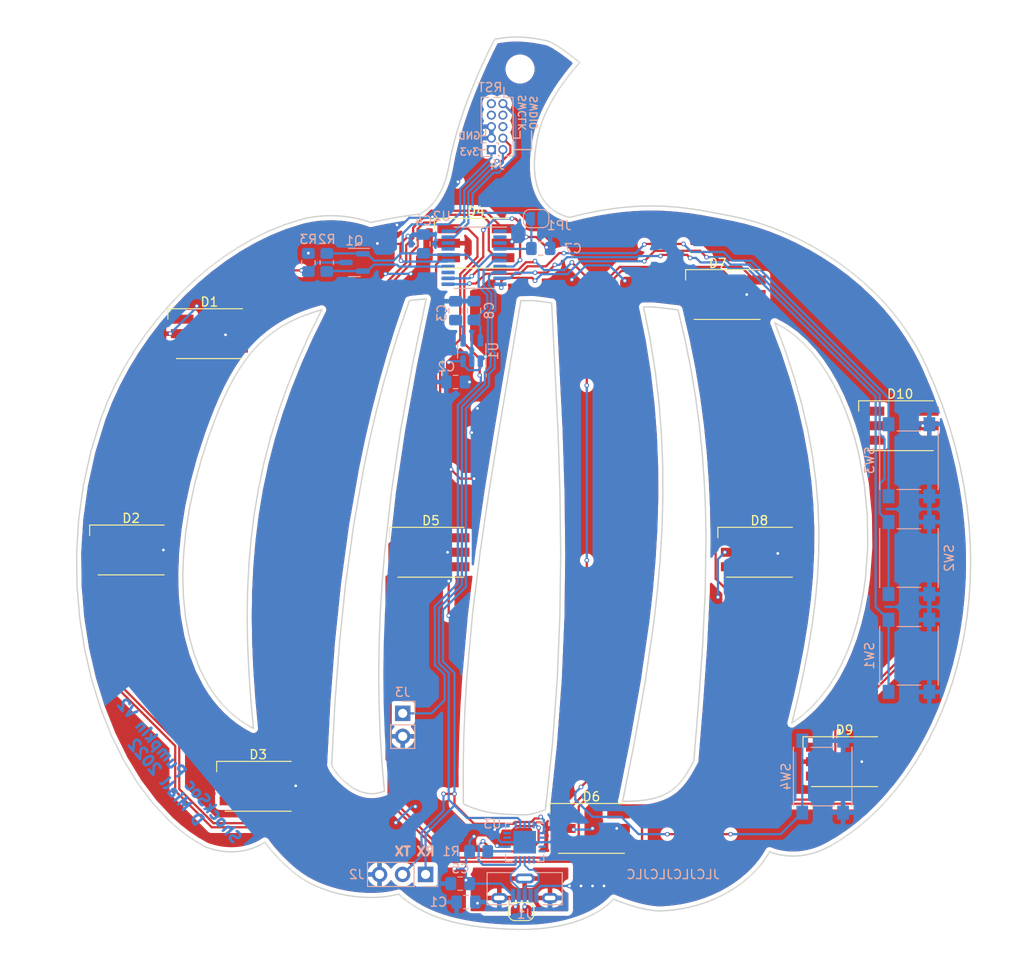
<source format=kicad_pcb>
(kicad_pcb (version 20211014) (generator pcbnew)
  (layers (0 "F.Cu" signal) (31 "B.Cu" signal) (34 "B.Paste" user) (35 "F.Paste" user) (36 "B.SilkS" user "B.Silkscreen") (37 "F.SilkS" user "F.Silkscreen") (38 "B.Mask" user) (39 "F.Mask" user) (44 "Edge.Cuts" user))
  (net 0 "")
  (net 1 "Net-(C1-Pad1)")
  (net 2 "GND")
  (net 3 "+5V")
  (net 4 "+3.3V")
  (net 5 "/3v3 MCU/rst")
  (net 6 "Net-(D1-Pad1)")
  (net 7 "Net-(D1-Pad3)")
  (net 8 "/neopixel string/pxCtrl")
  (net 9 "Net-(D2-Pad1)")
  (net 10 "Net-(D2-Pad3)")
  (net 11 "Net-(D3-Pad1)")
  (net 12 "Net-(D3-Pad3)")
  (net 13 "Net-(D4-Pad1)")
  (net 14 "Net-(D4-Pad3)")
  (net 15 "Net-(D6-Pad1)")
  (net 16 "Net-(D6-Pad3)")
  (net 17 "Net-(D8-Pad1)")
  (net 18 "Net-(D8-Pad3)")
  (net 19 "/3v3 MCU/swdio")
  (net 20 "/3v3 MCU/swclk")
  (net 21 "/pxCtrlLV")
  (net 22 "/3v3 MCU/btnA")
  (net 23 "/3v3 MCU/btnB")
  (net 24 "/3v3 MCU/btnC")
  (net 25 "/3v3 MCU/btnD")
  (net 29 "/3v3 MCU/UartRX")
  (net 30 "/3v3 MCU/UartTX")
  (net 34 "Net-(C3-Pad1)")
  (net 35 "Net-(D5-Pad1)")
  (net 36 "Net-(D5-Pad3)")
  (net 37 "Net-(D10-Pad6)")
  (net 38 "Net-(D10-Pad4)")
  (net 39 "/UsbD-")
  (net 40 "/UsbD+")
  (net 42 "Net-(R1-Pad2)")
  (net 48 "Net-(U3-Pad10)")
  (net 57 "Net-(J3-Pad1)")
  (net 58 "Net-(D8-Pad6)")
  (net 59 "Net-(D8-Pad4)")
  (footprint "Library:LED_WS2813_hand" (layer "F.Cu") (at 137.462 77.47)
    (fp_text reference "D10")
    (fp_text value "WS2813B")
  )
  (footprint "MountingHole:MountingHole_2.2mm_M2" (layer "F.Cu") (at 95.504 38.1)
    (fp_text reference "REF**" hide)
    (fp_text value "MountingHole_2.2mm_M2")
  )
  (footprint "Library:LED_WS2813_hand" (layer "F.Cu") (at 66.596 117.272)
    (fp_text reference "D3")
    (fp_text value "WS2813B")
  )
  (footprint "Library:LED_WS2813_hand" (layer "F.Cu") (at 90.63 57.328)
    (fp_text reference "D4")
    (fp_text value "WS2813B")
  )
  (footprint "Library:LED_WS2813_hand" (layer "F.Cu") (at 118.364 62.992)
    (fp_text reference "D7")
    (fp_text value "WS2813B")
  )
  (footprint "Library:LED_WS2813_hand" (layer "F.Cu") (at 131.318 114.554)
    (fp_text reference "D9")
    (fp_text value "WS2813B")
  )
  (footprint "Library:LED_WS2813_hand" (layer "F.Cu") (at 52.578 91.186)
    (fp_text reference "D2")
    (fp_text value "WS2813B")
  )
  (footprint "Jumper:SolderJumper-2_P1.3mm_Open_RoundedPad1.0x1.5mm" (layer "F.Cu") (at 95.62987 131.094907 180)
    (fp_text reference "JP2" hide)
    (fp_text value "SolderJumper_2_Open")
  )
  (footprint "Library:LED_WS2813_hand" (layer "F.Cu") (at 61.214 67.31)
    (fp_text reference "D1")
    (fp_text value "WS2813B")
  )
  (footprint "Library:LED_WS2813_hand" (layer "F.Cu") (at 121.92 91.44)
    (fp_text reference "D8")
    (fp_text value "WS2813B")
  )
  (footprint "Library:LED_WS2813_hand" (layer "F.Cu") (at 103.378 121.92)
    (fp_text reference "D6")
    (fp_text value "WS2813B")
  )
  (footprint "Library:LED_WS2813_hand" (layer "F.Cu") (at 85.667631 91.44)
    (fp_text reference "D5")
    (fp_text value "WS2813B")
  )
  (footprint "Button_Switch_SMD:SW_Push_1P1T_NO_6x6mm_H9.5mm" (layer "B.Cu") (at 138.43 81.28 -90)
    (fp_text reference "SW3")
    (fp_text value "SW_Push")
  )
  (footprint "Connector_PinHeader_2.54mm:PinHeader_1x02_P2.54mm_Vertical" (layer "B.Cu") (at 82.55 109.22 180)
    (fp_text reference "J3")
    (fp_text value "Conn_01x02_Male")
  )
  (footprint "Capacitor_SMD:C_0805_2012Metric_Pad1.18x1.45mm_HandSolder" (layer "B.Cu") (at 90.424 64.754586 90)
    (fp_text reference "C8")
    (fp_text value "1u")
  )
  (footprint "Button_Switch_SMD:SW_Push_1P1T_NO_6x6mm_H9.5mm" (layer "B.Cu") (at 128.905 116.205 -90)
    (fp_text reference "SW4")
    (fp_text value "SW_Push")
  )
  (footprint "Resistor_SMD:R_0805_2012Metric_Pad1.20x1.40mm_HandSolder" (layer "B.Cu") (at 74.168 59.452 -90)
    (fp_text reference "R2")
    (fp_text value "10k")
  )
  (footprint "Capacitor_SMD:C_0805_2012Metric_Pad1.18x1.45mm_HandSolder" (layer "B.Cu") (at 97.79 57.912)
    (fp_text reference "C7")
    (fp_text value "10n")
  )
  (footprint "Connector_PinHeader_1.27mm:PinHeader_2x05_P1.27mm_Vertical" (layer "B.Cu") (at 92.339 47)
    (fp_text reference "J4")
    (fp_text value "Conn_ARM_JTAG_SWD_10")
  )
  (footprint "Button_Switch_SMD:SW_Push_1P1T_NO_6x6mm_H9.5mm" (layer "B.Cu") (at 138.43 92.075 -90)
    (fp_text reference "SW2")
    (fp_text value "SW_Push")
  )
  (footprint "Capacitor_SMD:C_0805_2012Metric_Pad1.18x1.45mm_HandSolder" (layer "B.Cu") (at 84.836 57.404 90)
    (fp_text reference "C4")
    (fp_text value "10n")
  )
  (footprint "Connector_PinHeader_2.54mm:PinHeader_1x03_P2.54mm_Vertical" (layer "B.Cu") (at 85.075 127 90)
    (fp_text reference "J2")
    (fp_text value "Conn_01x03_Male")
  )
  (footprint "Resistor_SMD:R_0805_2012Metric_Pad1.20x1.40mm_HandSolder" (layer "B.Cu") (at 72.136 59.452 -90)
    (fp_text reference "R3")
    (fp_text value "10k")
  )
  (footprint "Capacitor_SMD:C_0805_2012Metric_Pad1.18x1.45mm_HandSolder" (layer "B.Cu") (at 88.392 72.644 180)
    (fp_text reference "C2")
    (fp_text value "1u")
  )
  (footprint "Capacitor_SMD:C_0805_2012Metric_Pad1.18x1.45mm_HandSolder" (layer "B.Cu") (at 88.392 64.77 90)
    (fp_text reference "C3")
    (fp_text value "10n")
  )
  (footprint "Button_Switch_SMD:SW_Push_1P1T_NO_6x6mm_H9.5mm" (layer "B.Cu") (at 138.43 102.87 -90)
    (fp_text reference "SW1")
    (fp_text value "SW_Push")
  )
  (footprint "Jumper:SolderJumper-2_P1.3mm_Open_RoundedPad1.0x1.5mm" (layer "B.Cu") (at 97.282 54.61)
    (fp_text reference "JP1")
    (fp_text value "SolderJumper_2_Open")
  )
  (footprint "Capacitor_SMD:C_0805_2012Metric_Pad1.18x1.45mm_HandSolder" (layer "B.Cu") (at 89.535 130.048 180)
    (fp_text reference "C1")
    (fp_text value "10n")
  )
  (footprint "Package_DFN_QFN:QFN-20-1EP_4x4mm_P0.5mm_EP2.5x2.5mm" (layer "B.Cu") (at 96.012 123.444 180)
    (fp_text reference "U3")
    (fp_text value "FT231XQ")
  )
  (footprint "Package_SO:TSSOP-20_4.4x6.5mm_P0.65mm" (layer "B.Cu") (at 90.424 58.928 180)
    (fp_text reference "U2")
    (fp_text value "STM32L011F4Px")
  )
  (footprint "Capacitor_SMD:C_0805_2012Metric_Pad1.18x1.45mm_HandSolder" (layer "B.Cu") (at 88.9 128.016 180)
    (fp_text reference "C5")
    (fp_text value "4u7")
  )
  (footprint "Package_TO_SOT_SMD:SOT-23" (layer "B.Cu") (at 77.216 59.452 180)
    (fp_text reference "Q1")
    (fp_text value "BSN20")
  )
  (footprint "Resistor_SMD:R_0805_2012Metric_Pad1.20x1.40mm_HandSolder" (layer "B.Cu") (at 90.932 124.46)
    (fp_text reference "R1")
    (fp_text value "10k")
  )
  (footprint "Package_TO_SOT_SMD:SOT-23-5" (layer "B.Cu") (at 90.17 69.215 90)
    (fp_text reference "U1")
    (fp_text value "AP2202K-3.3")
  )
  (footprint "Connector_USB:USB_Micro-B_Molex-105133-0001" (layer "B.Cu") (at 96.012 128.524)
    (fp_text reference "J1")
    (fp_text value "USB_B_Micro")
  )
  (gr_line (start 91.694 47) (end 90.932 47) (layer "B.SilkS") (width 0.15))
  (gr_line (start 95.504 44.958) (end 95.504 45.72) (layer "B.SilkS") (width 0.15))
  (gr_line (start 96.774 44.958) (end 96.774 46.99) (layer "B.SilkS") (width 0.15))
  (gr_line (start 93.726 40.132) (end 93.726 41.225) (layer "B.SilkS") (width 0.15))
  (gr_line (start 91.186 45.466) (end 91.694 45.466) (layer "B.SilkS") (width 0.15))
  (gr_line (start 91.694 45.466) (end 91.694 44.704) (layer "B.SilkS") (width 0.15))
  (gr_line (start 95.504 45.72) (end 94.742 45.72) (layer "B.SilkS") (width 0.15))
  (gr_line (start 96.774 46.99) (end 94.742 46.99) (layer "B.SilkS") (width 0.15))
  (gr_line (start 88.189277 46.285822) (end 87.886851 47.554035) (layer "Edge.Cuts") (width 0.15))
  (gr_line (start 125.789109 67.477498) (end 124.735935 66.723644) (layer "Edge.Cuts") (width 0.15))
  (gr_line (start 83.358959 63.667797) (end 83.2811 63.689672) (layer "Edge.Cuts") (width 0.15))
  (gr_line (start 136.064447 64.29876) (end 135.427679 63.596789) (layer "Edge.Cuts") (width 0.15))
  (gr_line (start 64.579406 109.966272) (end 65.309041 110.450512) (layer "Edge.Cuts") (width 0.15))
  (gr_line (start 89.223148 115.660991) (end 89.248518 119.217241) (layer "Edge.Cuts") (width 0.15))
  (gr_line (start 92.683768 34.827859) (end 92.683768 34.827858) (layer "Edge.Cuts") (width 0.15))
  (gr_line (start 96.672766 120.360524) (end 96.826444 120.330646) (layer "Edge.Cuts") (width 0.15))
  (gr_line (start 115.209995 108.049459) (end 115.650942 101.819612) (layer "Edge.Cuts") (width 0.15))
  (gr_line (start 77.1261 117.480639) (end 77.297763 117.580293) (layer "Edge.Cuts") (width 0.15))
  (gr_line (start 134.773521 62.921139) (end 133.419365 61.648193) (layer "Edge.Cuts") (width 0.15))
  (gr_line (start 93.29346 120.310097) (end 93.692227 120.34219) (layer "Edge.Cuts") (width 0.15))
  (gr_line (start 100.557371 132.518967) (end 101.284916 132.321281) (layer "Edge.Cuts") (width 0.15))
  (gr_line (start 82.549437 54.369001) (end 81.883311 54.477878) (layer "Edge.Cuts") (width 0.15))
  (gr_line (start 71.200966 54.746301) (end 71.200966 54.746301) (layer "Edge.Cuts") (width 0.15))
  (gr_line (start 144.508272 84.166093) (end 144.08273 82.002922) (layer "Edge.Cuts") (width 0.15))
  (gr_line (start 87.638472 48.821475) (end 87.564466 49.212751) (layer "Edge.Cuts") (width 0.15))
  (gr_line (start 97.124668 120.252507) (end 97.443625 120.149166) (layer "Edge.Cuts") (width 0.15))
  (gr_line (start 65.785982 107.710346) (end 65.568704 104.615945) (layer "Edge.Cuts") (width 0.15))
  (gr_line (start 135.132861 119.709457) (end 136.152517 118.618545) (layer "Edge.Cuts") (width 0.15))
  (gr_line (start 111.561753 118.131427) (end 111.781962 118.014446) (layer "Edge.Cuts") (width 0.15))
  (gr_line (start 92.059039 36.066917) (end 91.394153 37.479069) (layer "Edge.Cuts") (width 0.15))
  (gr_line (start 111.288176 131.020166) (end 112.349518 130.931969) (layer "Edge.Cuts") (width 0.15))
  (gr_line (start 61.191239 124.110602) (end 61.546892 124.216903) (layer "Edge.Cuts") (width 0.15))
  (gr_line (start 66.234449 68.952796) (end 65.872344 69.363858) (layer "Edge.Cuts") (width 0.15))
  (gr_line (start 75.102174 115.61559) (end 75.158719 115.69302) (layer "Edge.Cuts") (width 0.15))
  (gr_line (start 125.509825 110.298578) (end 125.509825 110.298578) (layer "Edge.Cuts") (width 0.15))
  (gr_line (start 66.635752 84.40678) (end 67.225429 81.626087) (layer "Edge.Cuts") (width 0.15))
  (gr_line (start 125.188964 124.959591) (end 125.425703 124.969853) (layer "Edge.Cuts") (width 0.15))
  (gr_line (start 114.353058 71.158841) (end 113.708452 67.946539) (layer "Edge.Cuts") (width 0.15))
  (gr_line (start 83.309127 130.147434) (end 83.956768 130.571939) (layer "Edge.Cuts") (width 0.15))
  (gr_line (start 74.921528 115.340669) (end 75.00313 115.470988) (layer "Edge.Cuts") (width 0.15))
  (gr_line (start 72.385471 54.479966) (end 71.995996 54.554394) (layer "Edge.Cuts") (width 0.15))
  (gr_line (start 143.553875 79.816) (end 142.918571 77.607809) (layer "Edge.Cuts") (width 0.15))
  (gr_line (start 106.833888 118.884706) (end 106.833888 118.884706) (layer "Edge.Cuts") (width 0.15))
  (gr_line (start 82.102 129.168657) (end 82.102 129.168657) (layer "Edge.Cuts") (width 0.15))
  (gr_line (start 110.264785 118.603143) (end 110.55258 118.524572) (layer "Edge.Cuts") (width 0.15))
  (gr_line (start 79.703811 118.036947) (end 79.909987 117.996771) (layer "Edge.Cuts") (width 0.15))
  (gr_line (start 94.10257 34.60874) (end 93.748031 34.645396) (layer "Edge.Cuts") (width 0.15))
  (gr_line (start 87.291111 50.274263) (end 87.185374 50.592101) (layer "Edge.Cuts") (width 0.15))
  (gr_line (start 88.536082 45.028228) (end 88.189277 46.285822) (layer "Edge.Cuts") (width 0.15))
  (gr_line (start 74.804462 115.125796) (end 74.85582 115.225362) (layer "Edge.Cuts") (width 0.15))
  (gr_line (start 66.308667 123.986171) (end 66.614031 123.84932) (layer "Edge.Cuts") (width 0.15))
  (gr_line (start 129.104146 58.445159) (end 127.623696 57.578672) (layer "Edge.Cuts") (width 0.15))
  (gr_line (start 85.786627 53.042883) (end 85.531267 53.308761) (layer "Edge.Cuts") (width 0.15))
  (gr_line (start 120.080801 127.86966) (end 120.709963 127.348288) (layer "Edge.Cuts") (width 0.15))
  (gr_line (start 98.257437 43.116328) (end 98.597932 42.39287) (layer "Edge.Cuts") (width 0.15))
  (gr_line (start 123.05342 124.488313) (end 123.185703 124.544458) (layer "Edge.Cuts") (width 0.15))
  (gr_line (start 74.765908 115.042699) (end 74.804462 115.125796) (layer "Edge.Cuts") (width 0.15))
  (gr_line (start 97.359141 46.051882) (end 97.491362 45.40443) (layer "Edge.Cuts") (width 0.15))
  (gr_line (start 71.786355 65.267185) (end 71.222462 65.491988) (layer "Edge.Cuts") (width 0.15))
  (gr_line (start 91.881369 120.110772) (end 92.213551 120.17273) (layer "Edge.Cuts") (width 0.15))
  (gr_line (start 90.921951 119.866007) (end 91.238872 119.958153) (layer "Edge.Cuts") (width 0.15))
  (gr_line (start 58.754494 122.711766) (end 59.777837 123.394284) (layer "Edge.Cuts") (width 0.15))
  (gr_line (start 75.558969 54.319242) (end 75.24189 54.300953) (layer "Edge.Cuts") (width 0.15))
  (gr_line (start 76.413659 116.966539) (end 76.413659 116.966539) (layer "Edge.Cuts") (width 0.15))
  (gr_line (start 95.051154 120.40777) (end 95.051154 120.40777) (layer "Edge.Cuts") (width 0.15))
  (gr_line (start 51.732572 114.362863) (end 53.26863 116.88349) (layer "Edge.Cuts") (width 0.15))
  (gr_line (start 132.876368 80.52824) (end 132.462784 78.899898) (layer "Edge.Cuts") (width 0.15))
  (gr_line (start 89.324153 42.59045) (end 88.917597 43.792641) (layer "Edge.Cuts") (width 0.15))
  (gr_line (start 98.792211 35.092614) (end 98.676973 35.045907) (layer "Edge.Cuts") (width 0.15))
  (gr_line (start 140.626173 112.075343) (end 141.374029 110.566353) (layer "Edge.Cuts") (width 0.15))
  (gr_line (start 109.750354 64.354843) (end 109.136588 64.369071) (layer "Edge.Cuts") (width 0.15))
  (gr_line (start 112.937727 64.675594) (end 112.937727 64.675601) (layer "Edge.Cuts") (width 0.15))
  (gr_line (start 99.610418 105.434348) (end 99.900165 98.521685) (layer "Edge.Cuts") (width 0.15))
  (gr_line (start 143.77134 103.945315) (end 144.20646 102.156199) (layer "Edge.Cuts") (width 0.15))
  (gr_line (start 107.257504 118.929545) (end 107.430103 118.925584) (layer "Edge.Cuts") (width 0.15))
  (gr_line (start 134.078881 120.722001) (end 135.132861 119.709457) (layer "Edge.Cuts") (width 0.15))
  (gr_line (start 112.886345 117.171229) (end 113.188259 116.841213) (layer "Edge.Cuts") (width 0.15))
  (gr_line (start 132.686756 99.247149) (end 133.079292 97.640398) (layer "Edge.Cuts") (width 0.15))
  (gr_line (start 100.947157 54.48113) (end 100.947157 54.48113) (layer "Edge.Cuts") (width 0.15))
  (gr_line (start 106.821978 118.914012) (end 106.834435 118.916991) (layer "Edge.Cuts") (width 0.15))
  (gr_line (start 106.812888 118.893138) (end 106.808895 118.895757) (layer "Edge.Cuts") (width 0.15))
  (gr_line (start 58.372679 91.535337) (end 58.277631 93.953218) (layer "Edge.Cuts") (width 0.15))
  (gr_line (start 74.914753 54.289929) (end 74.578063 54.28693) (layer "Edge.Cuts") (width 0.15))
  (gr_line (start 95.051154 120.40777) (end 95.375849 120.417642) (layer "Edge.Cuts") (width 0.15))
  (gr_line (start 90.280251 119.646333) (end 90.603511 119.762314) (layer "Edge.Cuts") (width 0.15))
  (gr_line (start 79.950053 101.503111) (end 80.07473 98.19889) (layer "Edge.Cuts") (width 0.15))
  (gr_line (start 61.042839 106.035884) (end 61.532254 106.805297) (layer "Edge.Cuts") (width 0.15))
  (gr_line (start 98.965302 41.697633) (end 99.350128 41.035779) (layer "Edge.Cuts") (width 0.15))
  (gr_line (start 70.679422 65.73091) (end 70.156501 65.984207) (layer "Edge.Cuts") (width 0.15))
  (gr_line (start 110.965009 92.300102) (end 110.668681 95.685547) (layer "Edge.Cuts") (width 0.15))
  (gr_line (start 128.093077 96.799019) (end 127.749095 99.441503) (layer "Edge.Cuts") (width 0.15))
  (gr_line (start 106.81319 118.910928) (end 106.821978 118.914012) (layer "Edge.Cuts") (width 0.15))
  (gr_line (start 72.979638 64.85892) (end 72.371836 65.056247) (layer "Edge.Cuts") (width 0.15))
  (gr_line (start 99.459496 35.450101) (end 99.177454 35.285366) (layer "Edge.Cuts") (width 0.15))
  (gr_line (start 100.134489 39.832858) (end 100.875681 38.82539) (layer "Edge.Cuts") (width 0.15))
  (gr_line (start 97.953233 43.862848) (end 98.257437 43.116328) (layer "Edge.Cuts") (width 0.15))
  (gr_line (start 61.17997 60.038061) (end 59.639602 61.334445) (layer "Edge.Cuts") (width 0.15))
  (gr_line (start 95.527484 34.574741) (end 95.169654 34.566962) (layer "Edge.Cuts") (width 0.15))
  (gr_line (start 109.136588 64.369071) (end 109.136588 64.369071) (layer "Edge.Cuts") (width 0.15))
  (gr_line (start 97.336944 63.688964) (end 97.10191 63.664435) (layer "Edge.Cuts") (width 0.15))
  (gr_line (start 97.694736 44.627268) (end 97.953233 43.862848) (layer "Edge.Cuts") (width 0.15))
  (gr_line (start 113.971918 115.727186) (end 114.21067 115.319958) (layer "Edge.Cuts") (width 0.15))
  (gr_line (start 105.409461 130.144061) (end 105.837664 129.724214) (layer "Edge.Cuts") (width 0.15))
  (gr_line (start 107.430103 118.925584) (end 107.640236 118.918492) (layer "Edge.Cuts") (width 0.15))
  (gr_line (start 75.358766 115.94473) (end 75.43623 116.034804) (layer "Edge.Cuts") (width 0.15))
  (gr_line (start 77.222051 54.539058) (end 76.716644 54.449879) (layer "Edge.Cuts") (width 0.15))
  (gr_line (start 84.483064 54.083037) (end 84.482079 54.088246) (layer "Edge.Cuts") (width 0.15))
  (gr_line (start 85.337228 131.300477) (end 86.068855 131.608228) (layer "Edge.Cuts") (width 0.15))
  (gr_line (start 114.687285 114.461465) (end 114.687285 114.461465) (layer "Edge.Cuts") (width 0.15))
  (gr_line (start 83.2811 63.689672) (end 82.243592 66.725337) (layer "Edge.Cuts") (width 0.15))
  (gr_line (start 74.708817 114.889573) (end 74.708817 114.889573) (layer "Edge.Cuts") (width 0.15))
  (gr_line (start 99.695265 53.994739) (end 99.499775 53.882076) (layer "Edge.Cuts") (width 0.15))
  (gr_line (start 132.993713 121.653693) (end 134.078881 120.722001) (layer "Edge.Cuts") (width 0.15))
  (gr_line (start 76.951753 117.369909) (end 77.1261 117.480639) (layer "Edge.Cuts") (width 0.15))
  (gr_line (start 47.436459 102.123326) (end 48.204372 105.451841) (layer "Edge.Cuts") (width 0.15))
  (gr_line (start 56.794039 121.085403) (end 57.759292 121.940995) (layer "Edge.Cuts") (width 0.15))
  (gr_line (start 106.834435 118.916991) (end 106.851001 118.919814) (layer "Edge.Cuts") (width 0.15))
  (gr_line (start 84.479517 54.098745) (end 83.201889 54.270385) (layer "Edge.Cuts") (width 0.15))
  (gr_line (start 80.535082 117.808259) (end 80.250089 114.565814) (layer "Edge.Cuts") (width 0.15))
  (gr_line (start 99.754497 35.636709) (end 99.459496 35.450101) (layer "Edge.Cuts") (width 0.15))
  (gr_line (start 113.374407 130.783041) (end 114.361338 130.577252) (layer "Edge.Cuts") (width 0.15))
  (gr_line (start 80.549289 91.522756) (end 81.310388 84.735945) (layer "Edge.Cuts") (width 0.15))
  (gr_line (start 84.483971 54.077837) (end 84.483064 54.083037) (layer "Edge.Cuts") (width 0.15))
  (gr_line (start 76.272302 129.28871) (end 77.061677 129.412521) (layer "Edge.Cuts") (width 0.15))
  (gr_line (start 106.804861 118.904653) (end 106.80763 118.907791) (layer "Edge.Cuts") (width 0.15))
  (gr_line (start 67.225429 81.626087) (end 67.941299 78.846714) (layer "Edge.Cuts") (width 0.15))
  (gr_line (start 76.14925 116.742353) (end 76.277825 116.853344) (layer "Edge.Cuts") (width 0.15))
  (gr_line (start 128.490872 88.883728) (end 128.471224 91.53014) (layer "Edge.Cuts") (width 0.15))
  (gr_line (start 128.471224 91.53014) (end 128.336206 94.165234) (layer "Edge.Cuts") (width 0.15))
  (gr_line (start 69.168081 66.534945) (end 68.701113 66.832895) (layer "Edge.Cuts") (width 0.15))
  (gr_line (start 113.46618 116.489446) (end 113.725577 116.117559) (layer "Edge.Cuts") (width 0.15))
  (gr_line (start 75.70367 116.322261) (end 75.805143 116.423521) (layer "Edge.Cuts") (width 0.15))
  (gr_line (start 106.367333 129.943576) (end 106.95854 130.165893) (layer "Edge.Cuts") (width 0.15))
  (gr_line (start 106.805933 118.898584) (end 106.804442 118.901567) (layer "Edge.Cuts") (width 0.15))
  (gr_line (start 62.792587 74.46134) (end 62.256563 75.709406) (layer "Edge.Cuts") (width 0.15))
  (gr_line (start 124.541474 124.892893) (end 124.746443 124.920245) (layer "Edge.Cuts") (width 0.15))
  (gr_line (start 72.179252 67.574023) (end 73.610495 64.674947) (layer "Edge.Cuts") (width 0.15))
  (gr_line (start 132.014643 60.478696) (end 130.572015 59.411426) (layer "Edge.Cuts") (width 0.15))
  (gr_line (start 107.010841 118.929744) (end 107.118922 118.930793) (layer "Edge.Cuts") (width 0.15))
  (gr_line (start 114.515227 53.549944) (end 113.521177 53.420972) (layer "Edge.Cuts") (width 0.15))
  (gr_line (start 112.376525 117.621898) (end 112.554969 117.477861) (layer "Edge.Cuts") (width 0.15))
  (gr_line (start 100.947157 54.48113) (end 100.622571 54.388212) (layer "Edge.Cuts") (width 0.15))
  (gr_line (start 74.578063 54.28693) (end 74.232322 54.292715) (layer "Edge.Cuts") (width 0.15))
  (gr_line (start 96.975432 120.294675) (end 97.124668 120.252507) (layer "Edge.Cuts") (width 0.15))
  (gr_line (start 117.079361 129.657412) (end 117.899434 129.262874) (layer "Edge.Cuts") (width 0.15))
  (gr_line (start 96.331604 120.402416) (end 96.509465 120.384413) (layer "Edge.Cuts") (width 0.15))
  (gr_line (start 96.248112 34.621012) (end 95.886872 34.59286) (layer "Edge.Cuts") (width 0.15))
  (gr_line (start 106.851001 118.919814) (end 106.872115 118.922427) (layer "Edge.Cuts") (width 0.15))
  (gr_line (start 58.277631 93.953218) (end 58.341056 96.276094) (layer "Edge.Cuts") (width 0.15))
  (gr_line (start 80.535082 117.808259) (end 80.535082 117.808259) (layer "Edge.Cuts") (width 0.15))
  (gr_line (start 76.160941 54.374583) (end 75.558969 54.319242) (layer "Edge.Cuts") (width 0.15))
  (gr_line (start 81.310388 84.735945) (end 82.341551 77.813956) (layer "Edge.Cuts") (width 0.15))
  (gr_line (start 66.609332 68.558657) (end 66.234449 68.952796) (layer "Edge.Cuts") (width 0.15))
  (gr_line (start 109.470613 130.868283) (end 109.934964 130.945116) (layer "Edge.Cuts") (width 0.15))
  (gr_line (start 114.879673 74.320515) (end 114.353058 71.158841) (layer "Edge.Cuts") (width 0.15))
  (gr_line (start 93.212547 77.752525) (end 92.093992 84.638259) (layer "Edge.Cuts") (width 0.15))
  (gr_line (start 96.523861 133.057825) (end 97.377031 133.011255) (layer "Edge.Cuts") (width 0.15))
  (gr_line (start 110.825491 118.437911) (end 111.084201 118.343364) (layer "Edge.Cuts") (width 0.15))
  (gr_line (start 75.00313 115.470988) (end 75.050375 115.541549) (layer "Edge.Cuts") (width 0.15))
  (gr_line (start 107.118922 118.930793) (end 107.257504 118.929545) (layer "Edge.Cuts") (width 0.15))
  (gr_line (start 99.91137 84.917937) (end 99.697213 78.073929) (layer "Edge.Cuts") (width 0.15))
  (gr_line (start 93.393581 34.69393) (end 93.038924 34.754648) (layer "Edge.Cuts") (width 0.15))
  (gr_line (start 87.564466 49.212751) (end 87.481405 49.58502) (layer "Edge.Cuts") (width 0.15))
  (gr_line (start 76.595428 117.11333) (end 76.774828 117.24763) (layer "Edge.Cuts") (width 0.15))
  (gr_line (start 133.394104 95.989107) (end 133.63208 94.301792) (layer "Edge.Cuts") (width 0.15))
  (gr_line (start 70.13242 126.454556) (end 70.497813 126.762117) (layer "Edge.Cuts") (width 0.15))
  (gr_line (start 67.762669 55.989329) (end 66.068923 56.816812) (layer "Edge.Cuts") (width 0.15))
  (gr_line (start 138.076311 116.211544) (end 138.974178 114.900421) (layer "Edge.Cuts") (width 0.15))
  (gr_line (start 63.240422 108.845236) (end 63.889875 109.430669) (layer "Edge.Cuts") (width 0.15))
  (gr_line (start 142.918571 77.607809) (end 142.173682 75.380833) (layer "Edge.Cuts") (width 0.15))
  (gr_line (start 112.554969 117.477861) (end 112.886345 117.171229) (layer "Edge.Cuts") (width 0.15))
  (gr_line (start 73.933614 128.666898) (end 74.702206 128.916462) (layer "Edge.Cuts") (width 0.15))
  (gr_line (start 124.166142 124.827168) (end 124.541474 124.892893) (layer "Edge.Cuts") (width 0.15))
  (gr_line (start 79.621041 75.934597) (end 78.897878 79.042493) (layer "Edge.Cuts") (width 0.15))
  (gr_line (start 115.832866 83.581906) (end 115.611448 80.524033) (layer "Edge.Cuts") (width 0.15))
  (gr_line (start 84.486489 54.064806) (end 84.485912 54.067422) (layer "Edge.Cuts") (width 0.15))
  (gr_line (start 109.961423 118.67342) (end 110.264785 118.603143) (layer "Edge.Cuts") (width 0.15))
  (gr_line (start 66.078806 110.881853) (end 66.078806 110.881853) (layer "Edge.Cuts") (width 0.15))
  (gr_line (start 77.632617 117.748259) (end 77.795599 117.817514) (layer "Edge.Cuts") (width 0.15))
  (gr_line (start 98.470896 34.983383) (end 97.717467 34.827793) (layer "Edge.Cuts") (width 0.15))
  (gr_line (start 96.623131 63.659058) (end 95.596224 63.673356) (layer "Edge.Cuts") (width 0.15))
  (gr_line (start 78.853703 54.980665) (end 78.396225 54.829168) (layer "Edge.Cuts") (width 0.15))
  (gr_line (start 89.248518 119.217241) (end 89.606057 119.374538) (layer "Edge.Cuts") (width 0.15))
  (gr_line (start 93.788196 133.017104) (end 94.761057 133.05652) (layer "Edge.Cuts") (width 0.15))
  (gr_line (start 132.462784 78.899898) (end 131.981245 77.320686) (layer "Edge.Cuts") (width 0.15))
  (gr_line (start 97.345881 34.762586) (end 96.977322 34.706182) (layer "Edge.Cuts") (width 0.15))
  (gr_line (start 99.017451 132.825558) (end 99.80092 132.687186) (layer "Edge.Cuts") (width 0.15))
  (gr_line (start 84.479517 54.098745) (end 84.479517 54.098745) (layer "Edge.Cuts") (width 0.15))
  (gr_line (start 48.204372 105.451841) (end 49.185994 108.619577) (layer "Edge.Cuts") (width 0.15))
  (gr_line (start 126.641839 109.475877) (end 127.688136 108.531999) (layer "Edge.Cuts") (width 0.15))
  (gr_line (start 110.024474 64.361644) (end 109.750354 64.354843) (layer "Edge.Cuts") (width 0.15))
  (gr_line (start 72.371836 65.056247) (end 71.786355 65.267185) (layer "Edge.Cuts") (width 0.15))
  (gr_line (start 83.448942 63.647973) (end 83.358959 63.667797) (layer "Edge.Cuts") (width 0.15))
  (gr_line (start 64.07421 124.496285) (end 64.609375 124.444064) (layer "Edge.Cuts") (width 0.15))
  (gr_line (start 83.2811 63.689672) (end 83.2811 63.689672) (layer "Edge.Cuts") (width 0.15))
  (gr_line (start 110.434668 71.508094) (end 110.848262 75.035857) (layer "Edge.Cuts") (width 0.15))
  (gr_line (start 71.995996 54.554394) (end 71.600993 54.642919) (layer "Edge.Cuts") (width 0.15))
  (gr_line (start 78.704655 118.056593) (end 78.978934 118.08039) (layer "Edge.Cuts") (width 0.15))
  (gr_line (start 96.134247 120.414636) (end 96.331604 120.402416) (layer "Edge.Cuts") (width 0.15))
  (gr_line (start 73.610495 64.674947) (end 73.610495 64.674947) (layer "Edge.Cuts") (width 0.15))
  (gr_line (start 83.956768 130.571939) (end 84.633001 130.955667) (layer "Edge.Cuts") (width 0.15))
  (gr_line (start 126.747983 124.89236) (end 127.037317 124.845033) (layer "Edge.Cuts") (width 0.15))
  (gr_line (start 123.346194 124.604236) (end 123.565259 124.675904) (layer "Edge.Cuts") (width 0.15))
  (gr_line (start 110.396612 130.998923) (end 110.624577 131.015841) (layer "Edge.Cuts") (width 0.15))
  (gr_line (start 98.914553 35.148601) (end 98.792211 35.092614) (layer "Edge.Cuts") (width 0.15))
  (gr_line (start 84.487831 54.059549) (end 84.487125 54.062182) (layer "Edge.Cuts") (width 0.15))
  (gr_line (start 93.692227 120.34219) (end 94.115896 120.368672) (layer "Edge.Cuts") (width 0.15))
  (gr_line (start 70.497813 126.762117) (end 71.110469 127.232547) (layer "Edge.Cuts") (width 0.15))
  (gr_line (start 87.073573 50.89266) (end 86.956457 51.176371) (layer "Edge.Cuts") (width 0.15))
  (gr_line (start 102.086924 37.388533) (end 102.086924 37.388533) (layer "Edge.Cuts") (width 0.15))
  (gr_line (start 112.494946 53.318635) (end 111.4313 53.248295) (layer "Edge.Cuts") (width 0.15))
  (gr_line (start 99.108596 53.616443) (end 98.915365 53.461888) (layer "Edge.Cuts") (width 0.15))
  (gr_line (start 144.08273 82.002922) (end 143.553875 79.816) (layer "Edge.Cuts") (width 0.15))
  (gr_line (start 80.275162 94.873126) (end 80.549289 91.522756) (layer "Edge.Cuts") (width 0.15))
  (gr_line (start 100.35865 36.051143) (end 100.056275 35.839089) (layer "Edge.Cuts") (width 0.15))
  (gr_line (start 75.220204 115.773747) (end 75.286822 115.857681) (layer "Edge.Cuts") (width 0.15))
  (gr_line (start 75.158719 115.69302) (end 75.220204 115.773747) (layer "Edge.Cuts") (width 0.15))
  (gr_line (start 109.641809 118.735198) (end 109.961423 118.67342) (layer "Edge.Cuts") (width 0.15))
  (gr_line (start 73.145827 54.370364) (end 72.768916 54.418875) (layer "Edge.Cuts") (width 0.15))
  (gr_line (start 97.491362 45.40443) (end 97.491362 45.40443) (layer "Edge.Cuts") (width 0.15))
  (gr_line (start 108.120416 130.542872) (end 108.557433 130.662837) (layer "Edge.Cuts") (width 0.15))
  (gr_line (start 130.742353 123.264594) (end 131.880491 122.502052) (layer "Edge.Cuts") (width 0.15))
  (gr_line (start 81.476404 129.318534) (end 82.102 129.168657) (layer "Edge.Cuts") (width 0.15))
  (gr_line (start 130.137777 72.96298) (end 129.393297 71.66544) (layer "Edge.Cuts") (width 0.15))
  (gr_line (start 81.883311 54.477878) (end 81.200076 54.598314) (layer "Edge.Cuts") (width 0.15))
  (gr_line (start 49.258614 76.628694) (end 48.125999 80.313733) (layer "Edge.Cuts") (width 0.15))
  (gr_line (start 124.735935 66.723644) (end 123.623686 66.104074) (layer "Edge.Cuts") (width 0.15))
  (gr_line (start 129.582434 123.938836) (end 130.742353 123.264594) (layer "Edge.Cuts") (width 0.15))
  (gr_line (start 122.28252 125.667447) (end 122.696719 125.081158) (layer "Edge.Cuts") (width 0.15))
  (gr_line (start 95.169654 34.566962) (end 94.813088 34.56983) (layer "Edge.Cuts") (width 0.15))
  (gr_line (start 123.623686 66.104074) (end 123.623686 66.104074) (layer "Edge.Cuts") (width 0.15))
  (gr_line (start 110.55258 118.524572) (end 110.825491 118.437911) (layer "Edge.Cuts") (width 0.15))
  (gr_line (start 79.237445 118.082532) (end 79.47935 118.066792) (layer "Edge.Cuts") (width 0.15))
  (gr_line (start 140.342604 70.880453) (end 140.342604 70.880453) (layer "Edge.Cuts") (width 0.15))
  (gr_line (start 127.637622 124.711616) (end 127.947782 124.623792) (layer "Edge.Cuts") (width 0.15))
  (gr_line (start 127.27059 77.984753) (end 127.785009 80.776512) (layer "Edge.Cuts") (width 0.15))
  (gr_line (start 75.24189 54.300953) (end 74.914753 54.289929) (layer "Edge.Cuts") (width 0.15))
  (gr_line (start 87.638472 48.821475) (end 87.638472 48.821475) (layer "Edge.Cuts") (width 0.15))
  (gr_line (start 93.038924 34.754648) (end 92.683768 34.827859) (layer "Edge.Cuts") (width 0.15))
  (gr_line (start 79.768534 54.879057) (end 79.013354 55.041959) (layer "Edge.Cuts") (width 0.15))
  (gr_line (start 62.563146 124.430665) (end 62.884236 124.470196) (layer "Edge.Cuts") (width 0.15))
  (gr_line (start 97.254705 46.66794) (end 97.359141 46.051882) (layer "Edge.Cuts") (width 0.15))
  (gr_line (start 98.208858 132.933707) (end 99.017451 132.825558) (layer "Edge.Cuts") (width 0.15))
  (gr_line (start 105.837664 129.724214) (end 105.837664 129.724214) (layer "Edge.Cuts") (width 0.15))
  (gr_line (start 115.650942 101.819612) (end 115.945091 95.707812) (layer "Edge.Cuts") (width 0.15))
  (gr_line (start 66.614031 123.84932) (end 66.867962 123.719467) (layer "Edge.Cuts") (width 0.15))
  (gr_line (start 131.981245 77.320686) (end 131.432639 75.799118) (layer "Edge.Cuts") (width 0.15))
  (gr_line (start 127.749095 99.441503) (end 127.311521 102.102693) (layer "Edge.Cuts") (width 0.15))
  (gr_line (start 73.5157 54.333673) (end 73.145827 54.370364) (layer "Edge.Cuts") (width 0.15))
  (gr_line (start 101.498372 38.054658) (end 102.086924 37.388533) (layer "Edge.Cuts") (width 0.15))
  (gr_line (start 112.349518 130.931969) (end 113.374407 130.783041) (layer "Edge.Cuts") (width 0.15))
  (gr_line (start 108.951094 118.832445) (end 109.30526 118.788275) (layer "Edge.Cuts") (width 0.15))
  (gr_line (start 114.687285 114.461465) (end 115.209995 108.049459) (layer "Edge.Cuts") (width 0.15))
  (gr_line (start 70.902338 70.432317) (end 72.179252 67.574023) (layer "Edge.Cuts") (width 0.15))
  (gr_line (start 131.033923 103.715009) (end 131.664959 102.29297) (layer "Edge.Cuts") (width 0.15))
  (gr_line (start 99.697213 78.073929) (end 98.990344 63.919332) (layer "Edge.Cuts") (width 0.15))
  (gr_line (start 64.537022 71.182438) (end 63.926944 72.199895) (layer "Edge.Cuts") (width 0.15))
  (gr_line (start 124.788314 69.201306) (end 125.779501 72.207157) (layer "Edge.Cuts") (width 0.15))
  (gr_line (start 114.361338 130.577252) (end 115.30881 130.318471) (layer "Edge.Cuts") (width 0.15))
  (gr_line (start 136.152517 118.618545) (end 137.134712 117.451746) (layer "Edge.Cuts") (width 0.15))
  (gr_line (start 101.981662 132.094503) (end 102.645718 131.839012) (layer "Edge.Cuts") (width 0.15))
  (gr_line (start 121.287639 126.804882) (end 121.812326 126.243312) (layer "Edge.Cuts") (width 0.15))
  (gr_line (start 97.362367 50.930451) (end 97.27203 50.561288) (layer "Edge.Cuts") (width 0.15))
  (gr_line (start 123.623686 66.104074) (end 124.788314 69.201306) (layer "Edge.Cuts") (width 0.15))
  (gr_line (start 145.067548 96.507319) (end 145.196034 94.53879) (layer "Edge.Cuts") (width 0.15))
  (gr_line (start 71.600993 54.642919) (end 71.200966 54.746301) (layer "Edge.Cuts") (width 0.15))
  (gr_line (start 144.569625 100.318506) (end 144.8577 98.434719) (layer "Edge.Cuts") (width 0.15))
  (gr_line (start 87.481405 49.58502) (end 87.390038 49.938713) (layer "Edge.Cuts") (width 0.15))
  (gr_line (start 74.738612 114.976799) (end 74.765908 115.042699) (layer "Edge.Cuts") (width 0.15))
  (gr_line (start 94.115896 120.368672) (end 95.051154 120.40777) (layer "Edge.Cuts") (width 0.15))
  (gr_line (start 145.196375 90.488273) (end 145.061958 88.411251) (layer "Edge.Cuts") (width 0.15))
  (gr_line (start 107.963535 53.282898) (end 106.697893 53.394186) (layer "Edge.Cuts") (width 0.15))
  (gr_line (start 98.915365 53.461888) (end 98.725345 53.291785) (layer "Edge.Cuts") (width 0.15))
  (gr_line (start 71.766442 127.657677) (end 72.459668 128.038069) (layer "Edge.Cuts") (width 0.15))
  (gr_line (start 83.65933 63.613628) (end 83.549562 63.629988) (layer "Edge.Cuts") (width 0.15))
  (gr_line (start 108.578625 118.867505) (end 108.951094 118.832445) (layer "Edge.Cuts") (width 0.15))
  (gr_line (start 65.550942 124.24897) (end 65.953697 124.122046) (layer "Edge.Cuts") (width 0.15))
  (gr_line (start 92.683768 34.827859) (end 92.683768 34.827859) (layer "Edge.Cuts") (width 0.15))
  (gr_line (start 95.596224 63.673356) (end 93.212547 77.752525) (layer "Edge.Cuts") (width 0.15))
  (gr_line (start 110.325005 53.215316) (end 109.170828 53.225063) (layer "Edge.Cuts") (width 0.15))
  (gr_line (start 64.402187 57.772155) (end 62.770017 58.848268) (layer "Edge.Cuts") (width 0.15))
  (gr_line (start 115.945091 95.707812) (end 116.02741 89.649948) (layer "Edge.Cuts") (width 0.15))
  (gr_line (start 86.834774 51.443666) (end 86.580697 51.930736) (layer "Edge.Cuts") (width 0.15))
  (gr_line (start 123.233495 55.565649) (end 121.829352 55.086043) (layer "Edge.Cuts") (width 0.15))
  (gr_line (start 122.696719 125.081158) (end 123.05342 124.488313) (layer "Edge.Cuts") (width 0.15))
  (gr_line (start 97.866402 52.180314) (end 97.721447 51.900282) (layer "Edge.Cuts") (width 0.15))
  (gr_line (start 77.061677 129.412521) (end 77.845849 129.495542) (layer "Edge.Cuts") (width 0.15))
  (gr_line (start 140.342604 70.880453) (end 139.901939 69.962404) (layer "Edge.Cuts") (width 0.15))
  (gr_line (start 67.545951 123.719744) (end 67.806543 124.051776) (layer "Edge.Cuts") (width 0.15))
  (gr_line (start 126.14333 56.81074) (end 124.675709 56.14014) (layer "Edge.Cuts") (width 0.15))
  (gr_line (start 99.088318 112.522821) (end 99.610418 105.434348) (layer "Edge.Cuts") (width 0.15))
  (gr_line (start 96.611498 34.658888) (end 96.248112 34.621012) (layer "Edge.Cuts") (width 0.15))
  (gr_line (start 128.913423 124.265453) (end 129.245674 124.111495) (layer "Edge.Cuts") (width 0.15))
  (gr_line (start 144.8577 98.434719) (end 145.067548 96.507319) (layer "Edge.Cuts") (width 0.15))
  (gr_line (start 65.953697 124.122046) (end 66.308667 123.986171) (layer "Edge.Cuts") (width 0.15))
  (gr_line (start 76.774828 117.24763) (end 76.951753 117.369909) (layer "Edge.Cuts") (width 0.15))
  (gr_line (start 58.944191 100.587747) (end 59.484331 102.551977) (layer "Edge.Cuts") (width 0.15))
  (gr_line (start 46.599554 95.093806) (end 46.896703 98.661494) (layer "Edge.Cuts") (width 0.15))
  (gr_line (start 111.288176 131.020166) (end 111.288176 131.020166) (layer "Edge.Cuts") (width 0.15))
  (gr_line (start 124.962409 124.942767) (end 125.188964 124.959591) (layer "Edge.Cuts") (width 0.15))
  (gr_line (start 106.804442 118.901567) (end 106.804861 118.904653) (layer "Edge.Cuts") (width 0.15))
  (gr_line (start 109.136588 64.369071) (end 109.86747 67.952856) (layer "Edge.Cuts") (width 0.15))
  (gr_line (start 50.011843 74.692027) (end 49.258614 76.628694) (layer "Edge.Cuts") (width 0.15))
  (gr_line (start 63.347423 73.292183) (end 62.792587 74.46134) (layer "Edge.Cuts") (width 0.15))
  (gr_line (start 63.926944 72.199895) (end 63.347423 73.292183) (layer "Edge.Cuts") (width 0.15))
  (gr_line (start 79.903191 104.78885) (end 79.950053 101.503111) (layer "Edge.Cuts") (width 0.15))
  (gr_line (start 127.311521 102.102693) (end 126.787612 104.792596) (layer "Edge.Cuts") (width 0.15))
  (gr_line (start 90.173716 40.331815) (end 89.746083 41.433045) (layer "Edge.Cuts") (width 0.15))
  (gr_line (start 90.255258 98.31313) (end 89.635802 105.186706) (layer "Edge.Cuts") (width 0.15))
  (gr_line (start 129.245674 124.111495) (end 129.582434 123.938836) (layer "Edge.Cuts") (width 0.15))
  (gr_line (start 61.532254 106.805297) (end 62.061638 107.531016) (layer "Edge.Cuts") (width 0.15))
  (gr_line (start 99.177454 35.285366) (end 98.914553 35.148601) (layer "Edge.Cuts") (width 0.15))
  (gr_line (start 107.704324 130.417177) (end 108.120416 130.542872) (layer "Edge.Cuts") (width 0.15))
  (gr_line (start 89.257446 132.50583) (end 90.117136 132.656174) (layer "Edge.Cuts") (width 0.15))
  (gr_line (start 95.91246 120.421179) (end 96.134247 120.414636) (layer "Edge.Cuts") (width 0.15))
  (gr_line (start 101.284916 132.321281) (end 101.981662 132.094503) (layer "Edge.Cuts") (width 0.15))
  (gr_line (start 100.056275 35.839089) (end 99.754497 35.636709) (layer "Edge.Cuts") (width 0.15))
  (gr_line (start 46.559461 91.447724) (end 46.599554 95.093806) (layer "Edge.Cuts") (width 0.15))
  (gr_line (start 127.623696 57.578672) (end 126.14333 56.81074) (layer "Edge.Cuts") (width 0.15))
  (gr_line (start 145.061958 88.411251) (end 144.833636 86.30303) (layer "Edge.Cuts") (width 0.15))
  (gr_line (start 132.215607 100.800845) (end 132.686756 99.247149) (layer "Edge.Cuts") (width 0.15))
  (gr_line (start 58.625984 89.034726) (end 58.372679 91.535337) (layer "Edge.Cuts") (width 0.15))
  (gr_line (start 115.96881 86.621206) (end 115.832866 83.581906) (layer "Edge.Cuts") (width 0.15))
  (gr_line (start 141.374029 110.566353) (end 142.06561 108.996372) (layer "Edge.Cuts") (width 0.15))
  (gr_line (start 80.496296 54.731608) (end 79.768534 54.879057) (layer "Edge.Cuts") (width 0.15))
  (gr_line (start 87.611926 132.119992) (end 88.422177 132.327722) (layer "Edge.Cuts") (width 0.15))
  (gr_line (start 86.956457 51.176371) (end 86.834774 51.443666) (layer "Edge.Cuts") (width 0.15))
  (gr_line (start 123.565259 124.675904) (end 123.839656 124.752527) (layer "Edge.Cuts") (width 0.15))
  (gr_line (start 75.483791 129.123545) (end 76.272302 129.28871) (layer "Edge.Cuts") (width 0.15))
  (gr_line (start 79.013354 55.041959) (end 78.853703 54.980665) (layer "Edge.Cuts") (width 0.15))
  (gr_line (start 77.795599 117.817514) (end 77.955478 117.877581) (layer "Edge.Cuts") (width 0.15))
  (gr_line (start 84.48489 54.072636) (end 84.483971 54.077837) (layer "Edge.Cuts") (width 0.15))
  (gr_line (start 73.878033 54.308043) (end 73.5157 54.333673) (layer "Edge.Cuts") (width 0.15))
  (gr_line (start 89.423084 108.651001) (end 89.283435 112.14067) (layer "Edge.Cuts") (width 0.15))
  (gr_line (start 98.56961 35.009243) (end 98.470896 34.983383) (layer "Edge.Cuts") (width 0.15))
  (gr_line (start 84.688132 63.515661) (end 84.160099 63.560175) (layer "Edge.Cuts") (width 0.15))
  (gr_line (start 66.068923 56.816812) (end 64.402187 57.772155) (layer "Edge.Cuts") (width 0.15))
  (gr_line (start 50.882756 72.798144) (end 50.011843 74.692027) (layer "Edge.Cuts") (width 0.15))
  (gr_line (start 51.863798 70.954134) (end 50.882756 72.798144) (layer "Edge.Cuts") (width 0.15))
  (gr_line (start 108.143107 112.334745) (end 106.833888 118.884706) (layer "Edge.Cuts") (width 0.15))
  (gr_line (start 125.509825 110.298578) (end 125.509825 110.298578) (layer "Edge.Cuts") (width 0.15))
  (gr_line (start 85.07044 53.703992) (end 84.876939 53.840254) (layer "Edge.Cuts") (width 0.15))
  (gr_line (start 141.316071 73.137553) (end 140.342604 70.880453) (layer "Edge.Cuts") (width 0.15))
  (gr_line (start 97.27203 50.561288) (end 97.19842 50.167861) (layer "Edge.Cuts") (width 0.15))
  (gr_line (start 91.238872 119.958153) (end 91.557577 120.039494) (layer "Edge.Cuts") (width 0.15))
  (gr_line (start 106.808895 118.895757) (end 106.805933 118.898584) (layer "Edge.Cuts") (width 0.15))
  (gr_line (start 67.817991 67.475233) (end 67.400369 67.820131) (layer "Edge.Cuts") (width 0.15))
  (gr_line (start 46.790871 87.75071) (end 46.559461 91.447724) (layer "Edge.Cuts") (width 0.15))
  (gr_line (start 126.192976 124.952584) (end 126.466401 124.927921) (layer "Edge.Cuts") (width 0.15))
  (gr_line (start 87.390038 49.938713) (end 87.291111 50.274263) (layer "Edge.Cuts") (width 0.15))
  (gr_line (start 65.567602 92.840991) (end 65.812466 90.005811) (layer "Edge.Cuts") (width 0.15))
  (gr_line (start 133.496117 83.898251) (end 132.876368 80.52824) (layer "Edge.Cuts") (width 0.15))
  (gr_line (start 129.527134 106.314768) (end 130.321611 105.058447) (layer "Edge.Cuts") (width 0.15))
  (gr_line (start 59.639602 61.334445) (end 58.156469 62.73033) (layer "Edge.Cuts") (width 0.15))
  (gr_line (start 75.43623 116.034804) (end 75.519406 116.127811) (layer "Edge.Cuts") (width 0.15))
  (gr_line (start 128.585303 70.459606) (end 127.714681 69.353994) (layer "Edge.Cuts") (width 0.15))
  (gr_line (start 89.283435 112.14067) (end 89.223148 115.660991) (layer "Edge.Cuts") (width 0.15))
  (gr_line (start 58.341056 96.276094) (end 58.563171 98.491695) (layer "Edge.Cuts") (width 0.15))
  (gr_line (start 112.937727 64.675594) (end 112.937727 64.675594) (layer "Edge.Cuts") (width 0.15))
  (gr_line (start 144.833636 86.30303) (end 144.508272 84.166093) (layer "Edge.Cuts") (width 0.15))
  (gr_line (start 53.26863 116.88349) (end 54.960602 119.133491) (layer "Edge.Cuts") (width 0.15))
  (gr_line (start 80.097041 117.950039) (end 80.264134 117.900526) (layer "Edge.Cuts") (width 0.15))
  (gr_line (start 119.401657 128.365128) (end 120.080801 127.86966) (layer "Edge.Cuts") (width 0.15))
  (gr_line (start 95.596224 63.673356) (end 95.596224 63.673356) (layer "Edge.Cuts") (width 0.15))
  (gr_line (start 106.697893 53.394186) (end 105.368667 53.564289) (layer "Edge.Cuts") (width 0.15))
  (gr_line (start 109.170828 53.225063) (end 107.963535 53.282898) (layer "Edge.Cuts") (width 0.15))
  (gr_line (start 123.185703 124.544458) (end 123.346194 124.604236) (layer "Edge.Cuts") (width 0.15))
  (gr_line (start 99.350128 41.035779) (end 99.742996 40.412467) (layer "Edge.Cuts") (width 0.15))
  (gr_line (start 86.827286 131.88078) (end 87.611926 132.119992) (layer "Edge.Cuts") (width 0.15))
  (gr_line (start 123.05342 124.488313) (end 123.05342 124.488313) (layer "Edge.Cuts") (width 0.15))
  (gr_line (start 129.393297 71.66544) (end 128.585303 70.459606) (layer "Edge.Cuts") (width 0.15))
  (gr_line (start 89.606057 119.374538) (end 89.948867 119.517322) (layer "Edge.Cuts") (width 0.15))
  (gr_line (start 126.782321 68.35712) (end 125.789109 67.477498) (layer "Edge.Cuts") (width 0.15))
  (gr_line (start 84.593677 54.007349) (end 84.488619 54.056905) (layer "Edge.Cuts") (width 0.15))
  (gr_line (start 76.277825 116.853344) (end 76.413659 116.966539) (layer "Edge.Cuts") (width 0.15))
  (gr_line (start 65.383296 98.624779) (end 65.426421 95.711173) (layer "Edge.Cuts") (width 0.15))
  (gr_line (start 65.812466 90.005811) (end 66.16664 87.197214) (layer "Edge.Cuts") (width 0.15))
  (gr_line (start 119.185927 54.406591) (end 119.185927 54.406591) (layer "Edge.Cuts") (width 0.15))
  (gr_line (start 94.761057 133.05652) (end 95.651239 133.073039) (layer "Edge.Cuts") (width 0.15))
  (gr_line (start 142.697779 107.367884) (end 143.267401 105.683371) (layer "Edge.Cuts") (width 0.15))
  (gr_line (start 57.759292 121.940995) (end 58.754494 122.711766) (layer "Edge.Cuts") (width 0.15))
  (gr_line (start 108.18717 118.893251) (end 108.578625 118.867505) (layer "Edge.Cuts") (width 0.15))
  (gr_line (start 49.185994 108.619577) (end 50.366877 111.599071) (layer "Edge.Cuts") (width 0.15))
  (gr_line (start 56.738128 64.218626) (end 55.392133 65.792245) (layer "Edge.Cuts") (width 0.15))
  (gr_line (start 75.571112 101.456683) (end 75.067681 108.10903) (layer "Edge.Cuts") (width 0.15))
  (gr_line (start 106.929744 118.926817) (end 107.010841 118.929744) (layer "Edge.Cuts") (width 0.15))
  (gr_line (start 75.519406 116.127811) (end 75.608488 116.22366) (layer "Edge.Cuts") (width 0.15))
  (gr_line (start 113.188259 116.841213) (end 113.46618 116.489446) (layer "Edge.Cuts") (width 0.15))
  (gr_line (start 87.185374 50.592101) (end 87.073573 50.89266) (layer "Edge.Cuts") (width 0.15))
  (gr_line (start 75.067681 108.10903) (end 74.708817 114.889573) (layer "Edge.Cuts") (width 0.15))
  (gr_line (start 125.425703 124.969853) (end 125.672222 124.972683) (layer "Edge.Cuts") (width 0.15))
  (gr_line (start 111.168219 88.89362) (end 110.965009 92.300102) (layer "Edge.Cuts") (width 0.15))
  (gr_line (start 59.03733 86.463656) (end 58.625984 89.034726) (layer "Edge.Cuts") (width 0.15))
  (gr_line (start 133.079292 97.640398) (end 133.394104 95.989107) (layer "Edge.Cuts") (width 0.15))
  (gr_line (start 128.586088 124.401577) (end 128.913423 124.265453) (layer "Edge.Cuts") (width 0.15))
  (gr_line (start 65.183531 70.237772) (end 64.537022 71.182438) (layer "Edge.Cuts") (width 0.15))
  (gr_line (start 104.422836 130.90403) (end 104.937221 130.537459) (layer "Edge.Cuts") (width 0.15))
  (gr_line (start 106.95854 130.165893) (end 107.315063 130.290076) (layer "Edge.Cuts") (width 0.15))
  (gr_line (start 139.825178 113.52086) (end 140.626173 112.075343) (layer "Edge.Cuts") (width 0.15))
  (gr_line (start 106.80763 118.907791) (end 106.81319 118.910928) (layer "Edge.Cuts") (width 0.15))
  (gr_line (start 72.459668 128.038069) (end 73.18408 128.374288) (layer "Edge.Cuts") (width 0.15))
  (gr_line (start 69.462479 125.845868) (end 69.78715 126.148287) (layer "Edge.Cuts") (width 0.15))
  (gr_line (start 78.415447 118.007364) (end 78.704655 118.056593) (layer "Edge.Cuts") (width 0.15))
  (gr_line (start 97.443625 120.149166) (end 97.822797 120.019795) (layer "Edge.Cuts") (width 0.15))
  (gr_line (start 126.466401 124.927921) (end 126.747983 124.89236) (layer "Edge.Cuts") (width 0.15))
  (gr_line (start 123.839656 124.752527) (end 124.166142 124.827168) (layer "Edge.Cuts") (width 0.15))
  (gr_line (start 69.475869 55.296796) (end 67.762669 55.989329) (layer "Edge.Cuts") (width 0.15))
  (gr_line (start 65.309041 110.450512) (end 66.078806 110.881853) (layer "Edge.Cuts") (width 0.15))
  (gr_line (start 109.009467 130.772749) (end 109.470613 130.868283) (layer "Edge.Cuts") (width 0.15))
  (gr_line (start 99.499775 53.882076) (end 99.303809 53.756242) (layer "Edge.Cuts") (width 0.15))
  (gr_line (start 130.817854 74.343711) (end 130.137777 72.96298) (layer "Edge.Cuts") (width 0.15))
  (gr_line (start 126.787612 104.792596) (end 126.184627 107.521222) (layer "Edge.Cuts") (width 0.15))
  (gr_line (start 125.779501 72.207157) (end 126.604507 75.131637) (layer "Edge.Cuts") (width 0.15))
  (gr_line (start 97.106294 49.305047) (end 97.090236 48.834076) (layer "Edge.Cuts") (width 0.15))
  (gr_line (start 106.833888 118.884706) (end 106.82221 118.888731) (layer "Edge.Cuts") (width 0.15))
  (gr_line (start 110.624577 131.015841) (end 110.849652 131.025381) (layer "Edge.Cuts") (width 0.15))
  (gr_line (start 59.484331 102.551977) (end 60.183809 104.372114) (layer "Edge.Cuts") (width 0.15))
  (gr_line (start 68.701113 66.832895) (end 68.251328 67.14624) (layer "Edge.Cuts") (width 0.15))
  (gr_line (start 79.47935 118.066792) (end 79.703811 118.036947) (layer "Edge.Cuts") (width 0.15))
  (gr_line (start 80.07473 98.19889) (end 80.275162 94.873126) (layer "Edge.Cuts") (width 0.15))
  (gr_line (start 84.487125 54.062182) (end 84.486489 54.064806) (layer "Edge.Cuts") (width 0.15))
  (gr_line (start 89.746083 41.433045) (end 89.324153 42.59045) (layer "Edge.Cuts") (width 0.15))
  (gr_line (start 110.849652 131.025381) (end 111.071097 131.027003) (layer "Edge.Cuts") (width 0.15))
  (gr_line (start 98.301672 119.863565) (end 99.088318 112.522821) (layer "Edge.Cuts") (width 0.15))
  (gr_line (start 120.709963 127.348288) (end 121.287639 126.804882) (layer "Edge.Cuts") (width 0.15))
  (gr_line (start 84.488619 54.056905) (end 84.488619 54.056905) (layer "Edge.Cuts") (width 0.15))
  (gr_line (start 84.48026 54.096107) (end 84.479517 54.098745) (layer "Edge.Cuts") (width 0.15))
  (gr_line (start 98.02194 52.440043) (end 97.866402 52.180314) (layer "Edge.Cuts") (width 0.15))
  (gr_line (start 117.899434 129.262874) (end 118.674034 128.830822) (layer "Edge.Cuts") (width 0.15))
  (gr_line (start 50.366877 111.599071) (end 51.732572 114.362863) (layer "Edge.Cuts") (width 0.15))
  (gr_line (start 112.937727 64.675601) (end 111.276865 64.479947) (layer "Edge.Cuts") (width 0.15))
  (gr_line (start 139.901939 69.962404) (end 139.431222 69.071901) (layer "Edge.Cuts") (width 0.15))
  (gr_line (start 128.155024 83.516922) (end 128.387891 86.215992) (layer "Edge.Cuts") (width 0.15))
  (gr_line (start 111.990705 117.890395) (end 112.188665 117.759477) (layer "Edge.Cuts") (width 0.15))
  (gr_line (start 76.413659 116.966539) (end 76.595428 117.11333) (layer "Edge.Cuts") (width 0.15))
  (gr_line (start 67.97369 124.255566) (end 68.164769 124.481125) (layer "Edge.Cuts") (width 0.15))
  (gr_line (start 62.770017 58.848268) (end 61.17997 60.038061) (layer "Edge.Cuts") (width 0.15))
  (gr_line (start 99.989752 91.708369) (end 99.91137 84.917937) (layer "Edge.Cuts") (width 0.15))
  (gr_line (start 142.06561 108.996372) (end 142.697779 107.367884) (layer "Edge.Cuts") (width 0.15))
  (gr_line (start 61.217459 78.450418) (end 60.333284 81.159229) (layer "Edge.Cuts") (width 0.15))
  (gr_line (start 61.546892 124.216903) (end 61.894246 124.305015) (layer "Edge.Cuts") (width 0.15))
  (gr_line (start 116.02741 89.649948) (end 115.96881 86.621206) (layer "Edge.Cuts") (width 0.15))
  (gr_line (start 89.248518 119.217241) (end 89.248518 119.217241) (layer "Edge.Cuts") (width 0.15))
  (gr_line (start 65.4326 101.59023) (end 65.383296 98.624779) (layer "Edge.Cuts") (width 0.15))
  (gr_line (start 98.186832 52.680263) (end 98.02194 52.440043) (layer "Edge.Cuts") (width 0.15))
  (gr_line (start 98.676973 35.045907) (end 98.56961 35.009243) (layer "Edge.Cuts") (width 0.15))
  (gr_line (start 91.000652 132.780615) (end 91.907398 132.881011) (layer "Edge.Cuts") (width 0.15))
  (gr_line (start 109.934964 130.945116) (end 110.396612 130.998923) (layer "Edge.Cuts") (width 0.15))
  (gr_line (start 110.740972 64.420675) (end 110.339094 64.382414) (layer "Edge.Cuts") (width 0.15))
  (gr_line (start 137.279481 65.782278) (end 136.682242 65.027205) (layer "Edge.Cuts") (width 0.15))
  (gr_line (start 73.610495 64.674947) (end 73.610495 64.674947) (layer "Edge.Cuts") (width 0.15))
  (gr_line (start 61.733478 77.038419) (end 61.217459 78.450418) (layer "Edge.Cuts") (width 0.15))
  (gr_line (start 62.884236 124.470196) (end 63.498556 124.507653) (layer "Edge.Cuts") (width 0.15))
  (gr_line (start 138.932034 68.208789) (end 138.40596 67.372917) (layer "Edge.Cuts") (width 0.15))
  (gr_line (start 131.432639 75.799118) (end 130.817854 74.343711) (layer "Edge.Cuts") (width 0.15))
  (gr_line (start 106.898216 118.924778) (end 106.929744 118.926817) (layer "Edge.Cuts") (width 0.15))
  (gr_line (start 75.805143 116.423521) (end 75.913103 116.527351) (layer "Edge.Cuts") (width 0.15))
  (gr_line (start 91.557577 120.039494) (end 91.881369 120.110772) (layer "Edge.Cuts") (width 0.15))
  (gr_line (start 116.215319 130.010568) (end 117.079361 129.657412) (layer "Edge.Cuts") (width 0.15))
  (gr_line (start 98.359849 52.901765) (end 98.186832 52.680263) (layer "Edge.Cuts") (width 0.15))
  (gr_line (start 114.21067 115.319958) (end 114.687285 114.461465) (layer "Edge.Cuts") (width 0.15))
  (gr_line (start 77.673134 54.636047) (end 77.222051 54.539058) (layer "Edge.Cuts") (width 0.15))
  (gr_line (start 92.836777 132.959221) (end 93.788196 133.017104) (layer "Edge.Cuts") (width 0.15))
  (gr_line (start 78.618754 129.538337) (end 79.374327 129.54147) (layer "Edge.Cuts") (width 0.15))
  (gr_line (start 91.00742 38.343438) (end 90.597384 39.29815) (layer "Edge.Cuts") (width 0.15))
  (gr_line (start 111.084201 118.343364) (end 111.329394 118.241135) (layer "Edge.Cuts") (width 0.15))
  (gr_line (start 87.886851 47.554035) (end 87.638472 48.821475) (layer "Edge.Cuts") (width 0.15))
  (gr_line (start 80.051149 111.317139) (end 79.936202 108.059172) (layer "Edge.Cuts") (width 0.15))
  (gr_line (start 83.549562 63.629988) (end 83.448942 63.647973) (layer "Edge.Cuts") (width 0.15))
  (gr_line (start 139.431222 69.071901) (end 138.932034 68.208789) (layer "Edge.Cuts") (width 0.15))
  (gr_line (start 145.240021 92.531613) (end 145.196375 90.488273) (layer "Edge.Cuts") (width 0.15))
  (gr_line (start 70.156501 65.984207) (end 69.652966 66.252134) (layer "Edge.Cuts") (width 0.15))
  (gr_line (start 111.071097 131.027003) (end 111.288176 131.020166) (layer "Edge.Cuts") (width 0.15))
  (gr_line (start 86.050641 52.72689) (end 85.786627 53.042883) (layer "Edge.Cuts") (width 0.15))
  (gr_line (start 84.932598 63.492489) (end 84.688132 63.515661) (layer "Edge.Cuts") (width 0.15))
  (gr_line (start 86.580697 51.930736) (end 86.317325 52.357326) (layer "Edge.Cuts") (width 0.15))
  (gr_line (start 74.721029 114.928826) (end 74.738612 114.976799) (layer "Edge.Cuts") (width 0.15))
  (gr_line (start 130.572015 59.411426) (end 129.104146 58.445159) (layer "Edge.Cuts") (width 0.15))
  (gr_line (start 138.974178 114.900421) (end 139.825178 113.52086) (layer "Edge.Cuts") (width 0.15))
  (gr_line (start 78.065868 54.734775) (end 77.673134 54.636047) (layer "Edge.Cuts") (width 0.15))
  (gr_line (start 49.258614 76.628694) (end 49.258614 76.628694) (layer "Edge.Cuts") (width 0.15))
  (gr_line (start 62.256563 75.709406) (end 61.733478 77.038419) (layer "Edge.Cuts") (width 0.15))
  (gr_line (start 133.833389 87.362595) (end 133.496117 83.898251) (layer "Edge.Cuts") (width 0.15))
  (gr_line (start 62.061638 107.531016) (end 62.631018 108.211507) (layer "Edge.Cuts") (width 0.15))
  (gr_line (start 65.522282 69.792098) (end 65.183531 70.237772) (layer "Edge.Cuts") (width 0.15))
  (gr_line (start 52.947412 69.167088) (end 51.863798 70.954134) (layer "Edge.Cuts") (width 0.15))
  (gr_line (start 118.674034 128.830822) (end 119.401657 128.365128) (layer "Edge.Cuts") (width 0.15))
  (gr_line (start 89.948867 119.517322) (end 90.280251 119.646333) (layer "Edge.Cuts") (width 0.15))
  (gr_line (start 47.308234 84.030226) (end 46.790871 87.75071) (layer "Edge.Cuts") (width 0.15))
  (gr_line (start 60.827516 123.985116) (end 60.827516 123.985116) (layer "Edge.Cuts") (width 0.15))
  (gr_line (start 54.960602 119.133491) (end 56.794039 121.085403) (layer "Edge.Cuts") (width 0.15))
  (gr_line (start 68.616818 124.987312) (end 68.876837 125.262821) (layer "Edge.Cuts") (width 0.15))
  (gr_line (start 61.217459 78.450418) (end 61.217459 78.450418) (layer "Edge.Cuts") (width 0.15))
  (gr_line (start 107.315063 130.290076) (end 107.704324 130.417177) (layer "Edge.Cuts") (width 0.15))
  (gr_line (start 100.266592 54.261622) (end 99.88905 54.095023) (layer "Edge.Cuts") (width 0.15))
  (gr_line (start 98.990344 63.919332) (end 98.990344 63.919332) (layer "Edge.Cuts") (width 0.15))
  (gr_line (start 98.539763 53.105342) (end 98.359849 52.901765) (layer "Edge.Cuts") (width 0.15))
  (gr_line (start 131.664959 102.29297) (end 132.215607 100.800845) (layer "Edge.Cuts") (width 0.15))
  (gr_line (start 111.329394 118.241135) (end 111.561753 118.131427) (layer "Edge.Cuts") (width 0.15))
  (gr_line (start 110.668681 95.685547) (end 110.289316 99.051026) (layer "Edge.Cuts") (width 0.15))
  (gr_line (start 121.829352 55.086043) (end 120.475942 54.700098) (layer "Edge.Cuts") (width 0.15))
  (gr_line (start 135.427679 63.596789) (end 134.773521 62.921139) (layer "Edge.Cuts") (width 0.15))
  (gr_line (start 97.124273 47.809043) (end 97.176825 47.253396) (layer "Edge.Cuts") (width 0.15))
  (gr_line (start 105.837664 129.724214) (end 106.367333 129.943576) (layer "Edge.Cuts") (width 0.15))
  (gr_line (start 115.611448 80.524033) (end 115.296426 77.439574) (layer "Edge.Cuts") (width 0.15))
  (gr_line (start 95.886872 34.59286) (end 95.527484 34.574741) (layer "Edge.Cuts") (width 0.15))
  (gr_line (start 133.63208 94.301792) (end 133.881078 90.85315) (layer "Edge.Cuts") (width 0.15))
  (gr_line (start 91.907398 132.881011) (end 92.836777 132.959221) (layer "Edge.Cuts") (width 0.15))
  (gr_line (start 107.891419 118.907854) (end 108.18717 118.893251) (layer "Edge.Cuts") (width 0.15))
  (gr_line (start 131.880491 122.502052) (end 132.993713 121.653693) (layer "Edge.Cuts") (width 0.15))
  (gr_line (start 85.531267 53.308761) (end 85.290544 53.527979) (layer "Edge.Cuts") (width 0.15))
  (gr_line (start 95.651239 133.073039) (end 96.523861 133.057825) (layer "Edge.Cuts") (width 0.15))
  (gr_line (start 90.117136 132.656174) (end 91.000652 132.780615) (layer "Edge.Cuts") (width 0.15))
  (gr_line (start 66.867962 123.719467) (end 67.214238 123.512658) (layer "Edge.Cuts") (width 0.15))
  (gr_line (start 108.557433 130.662837) (end 109.009467 130.772749) (layer "Edge.Cuts") (width 0.15))
  (gr_line (start 105.368667 53.564289) (end 103.970625 53.798572) (layer "Edge.Cuts") (width 0.15))
  (gr_line (start 78.244075 82.171489) (end 77.129782 88.497646) (layer "Edge.Cuts") (width 0.15))
  (gr_line (start 100.622571 54.388212) (end 100.266592 54.261622) (layer "Edge.Cuts") (width 0.15))
  (gr_line (start 112.188665 117.759477) (end 112.376525 117.621898) (layer "Edge.Cuts") (width 0.15))
  (gr_line (start 65.102227 124.358968) (end 65.550942 124.24897) (layer "Edge.Cuts") (width 0.15))
  (gr_line (start 79.374327 129.54147) (end 80.106503 129.505505) (layer "Edge.Cuts") (width 0.15))
  (gr_line (start 115.482329 53.700187) (end 114.515227 53.549944) (layer "Edge.Cuts") (width 0.15))
  (gr_line (start 68.876837 125.262821) (end 69.158882 125.549859) (layer "Edge.Cuts") (width 0.15))
  (gr_line (start 86.317325 52.357326) (end 86.050641 52.72689) (layer "Edge.Cuts") (width 0.15))
  (gr_line (start 67.941299 78.846714) (end 68.788989 76.060242) (layer "Edge.Cuts") (width 0.15))
  (gr_line (start 137.134712 117.451746) (end 138.076311 116.211544) (layer "Edge.Cuts") (width 0.15))
  (gr_line (start 97.19842 50.167861) (end 97.142765 49.749378) (layer "Edge.Cuts") (width 0.15))
  (gr_line (start 92.557425 120.226109) (end 92.916294 120.271651) (layer "Edge.Cuts") (width 0.15))
  (gr_line (start 86.068855 131.608228) (end 86.827286 131.88078) (layer "Edge.Cuts") (width 0.15))
  (gr_line (start 96.890798 63.656394) (end 96.623131 63.659058) (layer "Edge.Cuts") (width 0.15))
  (gr_line (start 54.126043 67.444095) (end 52.947412 69.167088) (layer "Edge.Cuts") (width 0.15))
  (gr_line (start 69.158882 125.549859) (end 69.462479 125.845868) (layer "Edge.Cuts") (width 0.15))
  (gr_line (start 81.290207 69.777235) (end 80.417254 72.846583) (layer "Edge.Cuts") (width 0.15))
  (gr_line (start 106.82221 118.888731) (end 106.812888 118.893138) (layer "Edge.Cuts") (width 0.15))
  (gr_line (start 119.185927 54.406591) (end 117.356622 54.043029) (layer "Edge.Cuts") (width 0.15))
  (gr_line (start 92.093992 84.638259) (end 91.091442 91.477721) (layer "Edge.Cuts") (width 0.15))
  (gr_line (start 124.746443 124.920245) (end 124.962409 124.942767) (layer "Edge.Cuts") (width 0.15))
  (gr_line (start 71.200966 54.746301) (end 69.475869 55.296796) (layer "Edge.Cuts") (width 0.15))
  (gr_line (start 77.466637 117.669342) (end 77.632617 117.748259) (layer "Edge.Cuts") (width 0.15))
  (gr_line (start 109.321799 105.726379) (end 108.143107 112.334745) (layer "Edge.Cuts") (width 0.15))
  (gr_line (start 61.894246 124.305015) (end 62.233073 124.375937) (layer "Edge.Cuts") (width 0.15))
  (gr_line (start 62.233073 124.375937) (end 62.563146 124.430665) (layer "Edge.Cuts") (width 0.15))
  (gr_line (start 108.18717 118.893251) (end 108.18717 118.893251) (layer "Edge.Cuts") (width 0.15))
  (gr_line (start 97.095819 48.335672) (end 97.124273 47.809043) (layer "Edge.Cuts") (width 0.15))
  (gr_line (start 76.02774 116.633659) (end 76.14925 116.742353) (layer "Edge.Cuts") (width 0.15))
  (gr_line (start 77.297763 117.580293) (end 77.466637 117.669342) (layer "Edge.Cuts") (width 0.15))
  (gr_line (start 79.909987 117.996771) (end 80.097041 117.950039) (layer "Edge.Cuts") (width 0.15))
  (gr_line (start 97.588304 51.599156) (end 97.468201 51.276143) (layer "Edge.Cuts") (width 0.15))
  (gr_line (start 84.876939 53.840254) (end 84.593677 54.007349) (layer "Edge.Cuts") (width 0.15))
  (gr_line (start 73.18408 128.374288) (end 73.933614 128.666898) (layer "Edge.Cuts") (width 0.15))
  (gr_line (start 115.30881 130.318471) (end 116.215319 130.010568) (layer "Edge.Cuts") (width 0.15))
  (gr_line (start 94.761057 133.05652) (end 94.761057 133.05652) (layer "Edge.Cuts") (width 0.15))
  (gr_line (start 111.276865 64.479947) (end 110.740972 64.420675) (layer "Edge.Cuts") (width 0.15))
  (gr_line (start 84.482079 54.088246) (end 84.480927 54.093479) (layer "Edge.Cuts") (width 0.15))
  (gr_line (start 63.889875 109.430669) (end 64.579406 109.966272) (layer "Edge.Cuts") (width 0.15))
  (gr_line (start 92.213551 120.17273) (end 92.557425 120.226109) (layer "Edge.Cuts") (width 0.15))
  (gr_line (start 60.333284 81.159229) (end 59.606502 83.834399) (layer "Edge.Cuts") (width 0.15))
  (gr_line (start 101.207537 36.684349) (end 100.655439 36.26677) (layer "Edge.Cuts") (width 0.15))
  (gr_line (start 88.422177 132.327722) (end 89.257446 132.50583) (layer "Edge.Cuts") (width 0.15))
  (gr_line (start 80.264134 117.900526) (end 80.535082 117.808259) (layer "Edge.Cuts") (width 0.15))
  (gr_line (start 89.635802 105.186706) (end 89.423084 108.651001) (layer "Edge.Cuts") (width 0.15))
  (gr_line (start 128.336206 94.165234) (end 128.093077 96.799019) (layer "Edge.Cuts") (width 0.15))
  (gr_line (start 98.725345 53.291785) (end 98.539763 53.105342) (layer "Edge.Cuts") (width 0.15))
  (gr_line (start 133.419365 61.648193) (end 132.014643 60.478696) (layer "Edge.Cuts") (width 0.15))
  (gr_line (start 115.296426 77.439574) (end 114.879673 74.320515) (layer "Edge.Cuts") (width 0.15))
  (gr_line (start 58.563171 98.491695) (end 58.944191 100.587747) (layer "Edge.Cuts") (width 0.15))
  (gr_line (start 76.248637 94.922799) (end 75.571112 101.456683) (layer "Edge.Cuts") (width 0.15))
  (gr_line (start 77.845849 129.495542) (end 78.618754 129.538337) (layer "Edge.Cuts") (width 0.15))
  (gr_line (start 107.640236 118.918492) (end 107.891419 118.907854) (layer "Edge.Cuts") (width 0.15))
  (gr_line (start 91.091442 91.477721) (end 90.255258 98.31313) (layer "Edge.Cuts") (width 0.15))
  (gr_line (start 130.321611 105.058447) (end 131.033923 103.715009) (layer "Edge.Cuts") (width 0.15))
  (gr_line (start 68.164769 124.481125) (end 68.379304 124.725894) (layer "Edge.Cuts") (width 0.15))
  (gr_line (start 111.118333 78.537219) (end 111.254962 82.013251) (layer "Edge.Cuts") (width 0.15))
  (gr_line (start 99.742996 40.412467) (end 100.134489 39.832858) (layer "Edge.Cuts") (width 0.15))
  (gr_line (start 68.251328 67.14624) (end 67.817991 67.475233) (layer "Edge.Cuts") (width 0.15))
  (gr_line (start 84.488619 54.056905) (end 84.487831 54.059549) (layer "Edge.Cuts") (width 0.15))
  (gr_line (start 68.788989 76.060242) (end 69.774126 73.25825) (layer "Edge.Cuts") (width 0.15))
  (gr_line (start 97.142765 49.749378) (end 97.106294 49.305047) (layer "Edge.Cuts") (width 0.15))
  (gr_line (start 62.631018 108.211507) (end 63.240422 108.845236) (layer "Edge.Cuts") (width 0.15))
  (gr_line (start 83.900352 63.584931) (end 83.65933 63.613628) (layer "Edge.Cuts") (width 0.15))
  (gr_line (start 99.900165 98.521685) (end 99.989752 91.708369) (layer "Edge.Cuts") (width 0.15))
  (gr_line (start 80.417254 72.846583) (end 79.621041 75.934597) (layer "Edge.Cuts") (width 0.15))
  (gr_line (start 69.774126 73.25825) (end 70.902338 70.432317) (layer "Edge.Cuts") (width 0.15))
  (gr_line (start 95.375849 120.417642) (end 95.661305 120.422146) (layer "Edge.Cuts") (width 0.15))
  (gr_line (start 65.426421 95.711173) (end 65.567602 92.840991) (layer "Edge.Cuts") (width 0.15))
  (gr_line (start 75.050375 115.541549) (end 75.102174 115.61559) (layer "Edge.Cuts") (width 0.15))
  (gr_line (start 98.990344 63.919328) (end 97.676376 63.735766) (layer "Edge.Cuts") (width 0.15))
  (gr_line (start 63.498556 124.507653) (end 64.07421 124.496285) (layer "Edge.Cuts") (width 0.15))
  (gr_line (start 101.663118 37.043032) (end 101.207537 36.684349) (layer "Edge.Cuts") (width 0.15))
  (gr_line (start 59.777837 123.394284) (end 60.827516 123.985116) (layer "Edge.Cuts") (width 0.15))
  (gr_line (start 128.264072 124.520734) (end 128.586088 124.401577) (layer "Edge.Cuts") (width 0.15))
  (gr_line (start 97.491362 45.40443) (end 97.694736 44.627268) (layer "Edge.Cuts") (width 0.15))
  (gr_line (start 74.85582 115.225362) (end 74.921528 115.340669) (layer "Edge.Cuts") (width 0.15))
  (gr_line (start 85.290544 53.527979) (end 85.07044 53.703992) (layer "Edge.Cuts") (width 0.15))
  (gr_line (start 78.112149 117.92893) (end 78.415447 118.007364) (layer "Edge.Cuts") (width 0.15))
  (gr_line (start 103.275193 131.555184) (end 103.868196 131.243398) (layer "Edge.Cuts") (width 0.15))
  (gr_line (start 67.806543 124.051776) (end 67.97369 124.255566) (layer "Edge.Cuts") (width 0.15))
  (gr_line (start 102.645718 131.839012) (end 103.275193 131.555184) (layer "Edge.Cuts") (width 0.15))
  (gr_line (start 138.40596 67.372917) (end 137.854581 66.564131) (layer "Edge.Cuts") (width 0.15))
  (gr_line (start 137.854581 66.564131) (end 137.279481 65.782278) (layer "Edge.Cuts") (width 0.15))
  (gr_line (start 125.672222 124.972683) (end 125.928115 124.967216) (layer "Edge.Cuts") (width 0.15))
  (gr_line (start 80.106503 129.505505) (end 80.809217 129.431005) (layer "Edge.Cuts") (width 0.15))
  (gr_line (start 68.379304 124.725894) (end 68.616818 124.987312) (layer "Edge.Cuts") (width 0.15))
  (gr_line (start 109.86747 67.952856) (end 110.434668 71.508094) (layer "Edge.Cuts") (width 0.15))
  (gr_line (start 80.250089 114.565814) (end 80.051149 111.317139) (layer "Edge.Cuts") (width 0.15))
  (gr_line (start 82.102 129.168657) (end 82.690672 129.680293) (layer "Edge.Cuts") (width 0.15))
  (gr_line (start 127.785009 80.776512) (end 128.155024 83.516922) (layer "Edge.Cuts") (width 0.15))
  (gr_line (start 121.812326 126.243312) (end 122.28252 125.667447) (layer "Edge.Cuts") (width 0.15))
  (gr_line (start 129.582434 123.938836) (end 129.582434 123.938836) (layer "Edge.Cuts") (width 0.15))
  (gr_line (start 128.649605 107.475457) (end 129.527134 106.314768) (layer "Edge.Cuts") (width 0.15))
  (gr_line (start 110.848262 75.035857) (end 111.118333 78.537219) (layer "Edge.Cuts") (width 0.15))
  (gr_line (start 127.037317 124.845033) (end 127.333999 124.785074) (layer "Edge.Cuts") (width 0.15))
  (gr_line (start 96.509465 120.384413) (end 96.672766 120.360524) (layer "Edge.Cuts") (width 0.15))
  (gr_line (start 111.254962 82.013251) (end 111.26823 85.465027) (layer "Edge.Cuts") (width 0.15))
  (gr_line (start 77.955478 117.877581) (end 78.112149 117.92893) (layer "Edge.Cuts") (width 0.15))
  (gr_line (start 98.597932 42.39287) (end 98.965302 41.697633) (layer "Edge.Cuts") (width 0.15))
  (gr_line (start 125.509825 110.298578) (end 126.641839 109.475877) (layer "Edge.Cuts") (width 0.15))
  (gr_line (start 83.201889 54.270385) (end 82.549437 54.369001) (layer "Edge.Cuts") (width 0.15))
  (gr_line (start 79.013354 55.041959) (end 79.013354 55.041959) (layer "Edge.Cuts") (width 0.15))
  (gr_line (start 67.332905 123.429544) (end 67.332905 123.429544) (layer "Edge.Cuts") (width 0.15))
  (gr_line (start 143.267401 105.683371) (end 143.77134 103.945315) (layer "Edge.Cuts") (width 0.15))
  (gr_line (start 97.822797 120.019795) (end 98.301672 119.863565) (layer "Edge.Cuts") (width 0.15))
  (gr_line (start 67.400369 67.820131) (end 66.997727 68.181187) (layer "Edge.Cuts") (width 0.15))
  (gr_line (start 99.88905 54.095023) (end 99.695265 53.994739) (layer "Edge.Cuts") (width 0.15))
  (gr_line (start 99.80092 132.687186) (end 100.557371 132.518967) (layer "Edge.Cuts") (width 0.15))
  (gr_line (start 127.947782 124.623792) (end 128.264072 124.520734) (layer "Edge.Cuts") (width 0.15))
  (gr_line (start 127.333999 124.785074) (end 127.637622 124.711616) (layer "Edge.Cuts") (width 0.15))
  (gr_line (start 145.196034 94.53879) (end 145.240021 92.531613) (layer "Edge.Cuts") (width 0.15))
  (gr_line (start 74.708817 114.889573) (end 74.721029 114.928826) (layer "Edge.Cuts") (width 0.15))
  (gr_line (start 106.872115 118.922427) (end 106.898216 118.924778) (layer "Edge.Cuts") (width 0.15))
  (gr_line (start 79.936202 108.059172) (end 79.903191 104.78885) (layer "Edge.Cuts") (width 0.15))
  (gr_line (start 81.200076 54.598314) (end 80.496296 54.731608) (layer "Edge.Cuts") (width 0.15))
  (gr_line (start 73.610495 64.674947) (end 72.979638 64.85892) (layer "Edge.Cuts") (width 0.15))
  (gr_line (start 74.232322 54.292715) (end 73.878033 54.308043) (layer "Edge.Cuts") (width 0.15))
  (gr_line (start 113.725577 116.117559) (end 113.971918 115.727186) (layer "Edge.Cuts") (width 0.15))
  (gr_line (start 98.470896 34.983383) (end 98.470896 34.983383) (layer "Edge.Cuts") (width 0.15))
  (gr_line (start 69.652966 66.252134) (end 69.168081 66.534945) (layer "Edge.Cuts") (width 0.15))
  (gr_line (start 128.387891 86.215992) (end 128.490872 88.883728) (layer "Edge.Cuts") (width 0.15))
  (gr_line (start 136.682242 65.027205) (end 136.064447 64.29876) (layer "Edge.Cuts") (width 0.15))
  (gr_line (start 80.809217 129.431005) (end 81.476404 129.318534) (layer "Edge.Cuts") (width 0.15))
  (gr_line (start 71.222462 65.491988) (end 70.679422 65.73091) (layer "Edge.Cuts") (width 0.15))
  (gr_line (start 120.475942 54.700098) (end 119.185927 54.406591) (layer "Edge.Cuts") (width 0.15))
  (gr_line (start 113.708452 67.946539) (end 112.937727 64.675594) (layer "Edge.Cuts") (width 0.15))
  (gr_line (start 97.721447 51.900282) (end 97.588304 51.599156) (layer "Edge.Cuts") (width 0.15))
  (gr_line (start 59.606502 83.834399) (end 59.03733 86.463656) (layer "Edge.Cuts") (width 0.15))
  (gr_line (start 97.468201 51.276143) (end 97.362367 50.930451) (layer "Edge.Cuts") (width 0.15))
  (gr_line (start 94.813088 34.56983) (end 94.457491 34.583654) (layer "Edge.Cuts") (width 0.15))
  (gr_line (start 111.4313 53.248295) (end 110.325005 53.215316) (layer "Edge.Cuts") (width 0.15))
  (gr_line (start 55.392133 65.792245) (end 54.126043 67.444095) (layer "Edge.Cuts") (width 0.15))
  (gr_line (start 96.826444 120.330646) (end 96.975432 120.294675) (layer "Edge.Cuts") (width 0.15))
  (gr_line (start 78.897878 79.042493) (end 78.244075 82.171489) (layer "Edge.Cuts") (width 0.15))
  (gr_line (start 65.568704 104.615945) (end 65.4326 101.59023) (layer "Edge.Cuts") (width 0.15))
  (gr_line (start 110.339094 64.382414) (end 110.024474 64.361644) (layer "Edge.Cuts") (width 0.15))
  (gr_line (start 100.875681 38.82539) (end 101.498372 38.054658) (layer "Edge.Cuts") (width 0.15))
  (gr_line (start 75.608488 116.22366) (end 75.70367 116.322261) (layer "Edge.Cuts") (width 0.15))
  (gr_line (start 126.604507 75.131637) (end 127.27059 77.984753) (layer "Edge.Cuts") (width 0.15))
  (gr_line (start 98.990344 63.919332) (end 98.990344 63.919328) (layer "Edge.Cuts") (width 0.15))
  (gr_line (start 144.20646 102.156199) (end 144.569625 100.318506) (layer "Edge.Cuts") (width 0.15))
  (gr_line (start 99.303809 53.756242) (end 99.108596 53.616443) (layer "Edge.Cuts") (width 0.15))
  (gr_line (start 103.868196 131.243398) (end 104.422836 130.90403) (layer "Edge.Cuts") (width 0.15))
  (gr_line (start 82.690672 129.680293) (end 83.309127 130.147434) (layer "Edge.Cuts") (width 0.15))
  (gr_line (start 48.125999 80.313733) (end 47.308234 84.030226) (layer "Edge.Cuts") (width 0.15))
  (gr_line (start 67.214238 123.512658) (end 67.332905 123.429544) (layer "Edge.Cuts") (width 0.15))
  (gr_line (start 97.176825 47.253396) (end 97.254705 46.66794) (layer "Edge.Cuts") (width 0.15))
  (gr_line (start 97.090236 48.834076) (end 97.095819 48.335672) (layer "Edge.Cuts") (width 0.15))
  (gr_line (start 84.633001 130.955667) (end 85.337228 131.300477) (layer "Edge.Cuts") (width 0.15))
  (gr_line (start 111.781962 118.014446) (end 111.990705 117.890395) (layer "Edge.Cuts") (width 0.15))
  (gr_line (start 111.26823 85.465027) (end 111.168219 88.89362) (layer "Edge.Cuts") (width 0.15))
  (gr_line (start 98.301672 119.863565) (end 98.301672 119.863565) (layer "Edge.Cuts") (width 0.15))
  (gr_line (start 72.768916 54.418875) (end 72.385471 54.479966) (layer "Edge.Cuts") (width 0.15))
  (gr_line (start 100.655439 36.26677) (end 100.35865 36.051143) (layer "Edge.Cuts") (width 0.15))
  (gr_line (start 66.16664 87.197214) (end 66.635752 84.40678) (layer "Edge.Cuts") (width 0.15))
  (gr_line (start 127.714681 69.353994) (end 126.782321 68.35712) (layer "Edge.Cuts") (width 0.15))
  (gr_line (start 78.978934 118.08039) (end 79.237445 118.082532) (layer "Edge.Cuts") (width 0.15))
  (gr_line (start 110.289316 99.051026) (end 109.321799 105.726379) (layer "Edge.Cuts") (width 0.15))
  (gr_line (start 97.10191 63.664435) (end 96.890798 63.656394) (layer "Edge.Cuts") (width 0.15))
  (gr_line (start 84.485912 54.067422) (end 84.48489 54.072636) (layer "Edge.Cuts") (width 0.15))
  (gr_line (start 102.086924 37.388533) (end 101.663118 37.043032) (layer "Edge.Cuts") (width 0.15))
  (gr_line (start 93.748031 34.645396) (end 93.393581 34.69393) (layer "Edge.Cuts") (width 0.15))
  (gr_line (start 92.916294 120.271651) (end 93.29346 120.310097) (layer "Edge.Cuts") (width 0.15))
  (gr_line (start 58.156469 62.73033) (end 56.738128 64.218626) (layer "Edge.Cuts") (width 0.15))
  (gr_line (start 76.716644 54.449879) (end 76.160941 54.374583) (layer "Edge.Cuts") (width 0.15))
  (gr_line (start 82.243592 66.725337) (end 81.290207 69.777235) (layer "Edge.Cuts") (width 0.15))
  (gr_line (start 126.184627 107.521222) (end 125.509825 110.298578) (layer "Edge.Cuts") (width 0.15))
  (gr_line (start 142.173682 75.380833) (end 141.316071 73.137553) (layer "Edge.Cuts") (width 0.15))
  (gr_line (start 60.827516 123.985116) (end 61.191239 124.110602) (layer "Edge.Cuts") (width 0.15))
  (gr_line (start 97.717467 34.827793) (end 97.345881 34.762586) (layer "Edge.Cuts") (width 0.15))
  (gr_line (start 90.597384 39.29815) (end 90.173716 40.331815) (layer "Edge.Cuts") (width 0.15))
  (gr_line (start 97.377031 133.011255) (end 98.208858 132.933707) (layer "Edge.Cuts") (width 0.15))
  (gr_line (start 95.661305 120.422146) (end 95.91246 120.421179) (layer "Edge.Cuts") (width 0.15))
  (gr_line (start 60.183809 104.372114) (end 61.042839 106.035884) (layer "Edge.Cuts") (width 0.15))
  (gr_line (start 109.30526 118.788275) (end 109.641809 118.735198) (layer "Edge.Cuts") (width 0.15))
  (gr_line (start 66.078806 110.881853) (end 65.785982 107.710346) (layer "Edge.Cuts") (width 0.15))
  (gr_line (start 78.396225 54.829168) (end 78.065868 54.734775) (layer "Edge.Cuts") (width 0.15))
  (gr_line (start 71.110469 127.232547) (end 71.766442 127.657677) (layer "Edge.Cuts") (width 0.15))
  (gr_line (start 77.129782 88.497646) (end 76.248637 94.922799) (layer "Edge.Cuts") (width 0.15))
  (gr_line (start 91.394153 37.479069) (end 91.00742 38.343438) (layer "Edge.Cuts") (width 0.15))
  (gr_line (start 75.286822 115.857681) (end 75.358766 115.94473) (layer "Edge.Cuts") (width 0.15))
  (gr_line (start 88.917597 43.792641) (end 88.536082 45.028228) (layer "Edge.Cuts") (width 0.15))
  (gr_line (start 74.702206 128.916462) (end 75.483791 129.123545) (layer "Edge.Cuts") (width 0.15))
  (gr_line (start 113.521177 53.420972) (end 112.494946 53.318635) (layer "Edge.Cuts") (width 0.15))
  (gr_line (start 104.937221 130.537459) (end 105.409461 130.144061) (layer "Edge.Cuts") (width 0.15))
  (gr_line (start 84.160099 63.560175) (end 83.900352 63.584931) (layer "Edge.Cuts") (width 0.15))
  (gr_line (start 127.688136 108.531999) (end 128.649605 107.475457) (layer "Edge.Cuts") (width 0.15))
  (gr_line (start 90.603511 119.762314) (end 90.921951 119.866007) (layer "Edge.Cuts") (width 0.15))
  (gr_line (start 65.872344 69.363858) (end 65.522282 69.792098) (layer "Edge.Cuts") (width 0.15))
  (gr_line (start 117.356622 54.043029) (end 115.482329 53.700187) (layer "Edge.Cuts") (width 0.15))
  (gr_line (start 75.913103 116.527351) (end 76.02774 116.633659) (layer "Edge.Cuts") (width 0.15))
  (gr_line (start 94.457491 34.583654) (end 94.10257 34.60874) (layer "Edge.Cuts") (width 0.15))
  (gr_line (start 46.896703 98.661494) (end 47.436459 102.123326) (layer "Edge.Cuts") (width 0.15))
  (gr_line (start 64.609375 124.444064) (end 65.102227 124.358968) (layer "Edge.Cuts") (width 0.15))
  (gr_line (start 83.626297 70.732284) (end 85.14815 63.466428) (layer "Edge.Cuts") (width 0.15))
  (gr_line (start 85.14815 63.466434) (end 84.932598 63.492489) (layer "Edge.Cuts") (width 0.15))
  (gr_line (start 92.683768 34.827858) (end 92.059039 36.066917) (layer "Edge.Cuts") (width 0.15))
  (gr_line (start 96.977322 34.706182) (end 96.611498 34.658888) (layer "Edge.Cuts") (width 0.15))
  (gr_line (start 82.341551 77.813956) (end 83.626297 70.732284) (layer "Edge.Cuts") (width 0.15))
  (gr_line (start 84.480927 54.093479) (end 84.48026 54.096107) (layer "Edge.Cuts") (width 0.15))
  (gr_line (start 67.332905 123.429544) (end 67.545951 123.719744) (layer "Edge.Cuts") (width 0.15))
  (gr_line (start 69.78715 126.148287) (end 70.13242 126.454556) (layer "Edge.Cuts") (width 0.15))
  (gr_line (start 125.928115 124.967216) (end 126.192976 124.952584) (layer "Edge.Cuts") (width 0.15))
  (gr_line (start 70.497813 126.762117) (end 70.497813 126.762117) (layer "Edge.Cuts") (width 0.15))
  (gr_line (start 97.676376 63.735766) (end 97.336944 63.688964) (layer "Edge.Cuts") (width 0.15))
  (gr_line (start 103.970625 53.798572) (end 102.498533 54.102398) (layer "Edge.Cuts") (width 0.15))
  (gr_line (start 66.997727 68.181187) (end 66.609332 68.558657) (layer "Edge.Cuts") (width 0.15))
  (gr_line (start 124.675709 56.14014) (end 123.233495 55.565649) (layer "Edge.Cuts") (width 0.15))
  (gr_line (start 133.881078 90.85315) (end 133.833389 87.362595) (layer "Edge.Cuts") (width 0.15))
  (gr_line (start 102.498533 54.102398) (end 100.947157 54.48113) (layer "Edge.Cuts") (width 0.15))
  (gr_text "ShockSoc Pumpkin V2\nD Miall 2022" (at 57.15 116.205 -50) (layer "B.Cu") (effects (font (size 1.2 1.2) (thickness 0.3)) (justify mirror)))
  (gr_text "SWCLK" (at 95.758 42.926 90) (layer "B.SilkS") (effects (font (size 0.8 0.8)) (justify mirror)))
  (gr_text "TX" (at 82.55 124.46) (layer "B.SilkS") (effects (font (size 1 1) (thickness 0.25)) (justify mirror)))
  (gr_text "JLCJLCJLCJLC" (at 112.395 127) (layer "B.SilkS") (effects (font (size 1 1)) (justify mirror)))
  (gr_text "GND" (at 89.916 45.466) (layer "B.SilkS") (effects (font (size 0.8 0.8)) (justify mirror)))
  (gr_text "3v3" (at 89.916 47.244) (layer "B.SilkS") (effects (font (size 0.8 0.8)) (justify mirror)))
  (gr_text "RX" (at 85.09 124.46) (layer "B.SilkS") (effects (font (size 1 1) (thickness 0.25)) (justify mirror)))
  (gr_text "RST" (at 92.202 40.132) (layer "B.SilkS") (effects (font (size 1 1)) (justify mirror)))
  (gr_text "SWDIO" (at 97.028 42.926 90) (layer "B.SilkS") (effects (font (size 0.8 0.8)) (justify mirror)))
  (via (at 90.805 130.175) (size 0.5) (drill 0.3) (layers "F.Cu" "B.Cu") (net 1))
  (segment (start 79.8055 57.404) (end 79.756 57.3545) (width 0.25) (layer "F.Cu") (net 2))
  (segment (start 94.615 57.15) (end 94.44 57.15) (width 0.25) (layer "F.Cu") (net 2))
  (segment (start 88.9 83.312) (end 87.884 82.296) (width 0.25) (layer "F.Cu") (net 2))
  (segment (start 87.63 98.425) (end 87.63 94.615) (width 0.25) (layer "F.Cu") (net 2))
  (segment (start 82.296 57.467147) (end 82.359147 57.404) (width 0.25) (layer "F.Cu") (net 2))
  (segment (start 82.296 57.404) (end 79.8055 57.404) (width 0.25) (layer "F.Cu") (net 2))
  (segment (start 55.578 91.186) (end 56.134 91.186) (width 0.25) (layer "F.Cu") (net 2))
  (segment (start 82.296 59.182) (end 82.296 57.467147) (width 0.25) (layer "F.Cu") (net 2))
  (segment (start 94.44 57.15) (end 93.805 57.785) (width 0.25) (layer "F.Cu") (net 2))
  (segment (start 82.359147 59.245147) (end 82.296 59.182) (width 0.25) (layer "F.Cu") (net 2))
  (segment (start 134.318 114.554) (end 133.223 114.554) (width 0.25) (layer "F.Cu") (net 2))
  (segment (start 83.1245 56.540233) (end 83.1245 56.5755) (width 0.25) (layer "F.Cu") (net 2))
  (segment (start 96.178 56.642) (end 97.282 56.642) (width 0.25) (layer "F.Cu") (net 2))
  (segment (start 97.282 56.642) (end 98.425 57.785) (width 0.25) (layer "F.Cu") (net 2))
  (segment (start 90.424 83.312) (end 88.9 83.312) (width 0.25) (layer "F.Cu") (net 2))
  (segment (start 83.1245 56.5755) (end 82.296 57.404) (width 0.25) (layer "F.Cu") (net 2))
  (via (at 90.17 78.232) (size 0.5) (drill 0.3) (layers "F.Cu" "B.Cu") (net 2))
  (via (at 90.424 83.312) (size 0.5) (drill 0.3) (layers "F.Cu" "B.Cu") (net 2))
  (via (at 104.775 128.27) (size 0.5) (drill 0.3) (layers "F.Cu" "B.Cu") (net 2))
  (via (at 98.425 57.785) (size 0.5) (drill 0.3) (layers "F.Cu" "B.Cu") (net 2))
  (via (at 96.178 56.642) (size 0.5) (drill 0.3) (layers "F.Cu" "B.Cu") (net 2))
  (via (at 133.223 114.554) (size 0.5) (drill 0.3) (layers "F.Cu" "B.Cu") (net 2))
  (via (at 87.503 91.44) (size 0.5) (drill 0.3) (layers "F.Cu" "B.Cu") (net 2))
  (via (at 103.505 128.27) (size 0.5) (drill 0.3) (layers "F.Cu" "B.Cu") (net 2))
  (via (at 83.1245 56.540233) (size 0.5) (drill 0.3) (layers "F.Cu" "B.Cu") (net 2))
  (via (at 82.359147 59.245147) (size 0.5) (drill 0.3) (layers "F.Cu" "B.Cu") (net 2))
  (via (at 87.884 82.296) (size 0.5) (drill 0.3) (layers "F.Cu" "B.Cu") (net 2))
  (via (at 100.965 128.27) (size 0.5) (drill 0.3) (layers "F.Cu" "B.Cu") (net 2))
  (via (at 94.615 57.15) (size 0.5) (drill 0.3) (layers "F.Cu" "B.Cu") (net 2))
  (via (at 106.172 121.92) (size 0.5) (drill 0.3) (layers "F.Cu" "B.Cu") (net 2))
  (via (at 79.756 57.3545) (size 0.5) (drill 0.3) (layers "F.Cu" "B.Cu") (net 2))
  (via (at 70.739 117.221) (size 0.5) (drill 0.3) (layers "F.Cu" "B.Cu") (net 2))
  (via (at 123.952 91.567) (size 0.5) (drill 0.3) (layers "F.Cu" "B.Cu") (net 2))
  (via (at 92.71 122.047) (size 0.5) (drill 0.3) (layers "F.Cu" "B.Cu") (net 2))
  (via (at 56.134 91.186) (size 0.5) (drill 0.3) (layers "F.Cu" "B.Cu") (net 2))
  (via (at 139.954 77.47) (size 0.5) (drill 0.3) (layers "F.Cu" "B.Cu") (net 2))
  (via (at 62.992 67.437) (size 0.5) (drill 0.3) (layers "F.Cu" "B.Cu") (net 2))
  (via (at 87.63 94.615) (size 0.5) (drill 0.3) (layers "F.Cu" "B.Cu") (net 2))
  (via (at 88.646 50.546) (size 0.5) (drill 0.3) (layers "F.Cu" "B.Cu") (net 2))
  (via (at 81.915 55.3055) (size 0.5) (drill 0.3) (layers "F.Cu" "B.Cu") (net 2))
  (via (at 120.523 62.992) (size 0.5) (drill 0.3) (layers "F.Cu" "B.Cu") (net 2))
  (via (at 87.63 98.425) (size 0.5) (drill 0.3) (layers "F.Cu" "B.Cu") (net 2))
  (via (at 90.805 75.555498) (size 0.5) (drill 0.3) (layers "F.Cu" "B.Cu") (net 2))
  (via (at 102.235 128.27) (size 0.5) (drill 0.3) (layers "F.Cu" "B.Cu") (net 2))
  (via (at 85.832517 54.425949) (size 0.5) (drill 0.3) (layers "F.Cu" "B.Cu") (net 2))
  (segment (start 82.468 59.354) (end 87.4605 59.354) (width 0.25) (layer "B.Cu") (net 2))
  (segment (start 85.738785 54.519681) (end 83.275319 54.519681) (width 0.25) (layer "B.Cu") (net 2))
  (segment (start 97.9495 123.444) (end 96.012 123.444) (width 0.25) (layer "B.Cu") (net 2))
  (segment (start 92.339 45.73) (end 92.339 44.46) (width 0.25) (layer "B.Cu") (net 2))
  (segment (start 85.832517 54.425949) (end 85.738785 54.519681) (width 0.25) (layer "B.Cu") (net 2))
  (segment (start 93.142173 123.19) (end 93.396173 123.444) (width 0.25) (layer "B.Cu") (net 2))
  (segment (start 100.965 128.27) (end 102.235 128.27) (width 0.25) (layer "B.Cu") (net 2))
  (segment (start 88.646 47.244) (end 91.43 44.46) (width 0.25) (layer "B.Cu") (net 2))
  (segment (start 85.832517 54.425949) (end 88.138 52.120466) (width 0.25) (layer "B.Cu") (net 2))
  (segment (start 90.17 76.190498) (end 90.805 75.555498) (width 0.25) (layer "B.Cu") (net 2))
  (segment (start 103.505 128.27) (end 104.775 128.27) (width 0.25) (layer "B.Cu") (net 2))
  (segment (start 97.9495 123.444) (end 98.806 123.444) (width 0.25) (layer "B.Cu") (net 2))
  (segment (start 87.055 72.3445) (end 87.3545 72.644) (width 0.25) (layer "B.Cu") (net 2))
  (segment (start 90.17 69.968249) (end 89.566751 69.365) (width 0.25) (layer "B.Cu") (net 2))
  (segment (start 99.06 123.19) (end 98.806 123.444) (width 0.25) (layer "B.Cu") (net 2))
  (segment (start 90.17 78.232) (end 90.17 76.190498) (width 0.25) (layer "B.Cu") (net 2))
  (segment (start 95.67 57.15) (end 94.615 57.15) (width 0.25) (layer "B.Cu") (net 2))
  (segment (start 83.1245 56.540233) (end 84.662267 56.540233) (width 0.25) (layer "B.Cu") (net 2))
  (segment (start 84.662267 56.540233) (end 84.836 56.3665) (width 0.25) (layer "B.Cu") (net 2))
  (segment (start 87.055 69.917) (end 87.055 72.3445) (width 0.25) (layer "B.Cu") (net 2))
  (segment (start 97.312 129.349) (end 97.23804 129.27504) (width 0.25) (layer "B.Cu") (net 2))
  (segment (start 97.23804 129.27504) (end 97.23804 128.82196) (width 0.25) (layer "B.Cu") (net 2))
  (segment (start 92.71 122.047) (end 93.142173 122.479173) (width 0.25) (layer "B.Cu") (net 2))
  (segment (start 82.4895 55.3055) (end 81.915 55.3055) (width 0.25) (layer "B.Cu") (net 2))
  (segment (start 97.23804 128.82196) (end 97.79 128.27) (width 0.25) (layer "B.Cu") (net 2))
  (segment (start 88.138 51.308) (end 88.646 50.8) (width 0.25) (layer "B.Cu") (net 2))
  (segment (start 102.235 128.27) (end 103.505 128.27) (width 0.25) (layer "B.Cu") (net 2))
  (segment (start 89.566751 69.365) (end 87.607 69.365) (width 0.25) (layer "B.Cu") (net 2))
  (segment (start 88.646 50.8) (end 88.646 47.244) (width 0.25) (layer "B.Cu") (net 2))
  (segment (start 90.17 83.058) (end 90.424 83.312) (width 0.25) (layer "B.Cu") (net 2))
  (segment (start 97.79 128.27) (end 100.965 128.27) (width 0.25) (layer "B.Cu") (net 2))
  (segment (start 96.178 56.642) (end 95.67 57.15) (width 0.25) (layer "B.Cu") (net 2))
  (segment (start 88.138 52.120466) (end 88.138 51.308) (width 0.25) (layer "B.Cu") (net 2))
  (segment (start 93.396173 123.444) (end 94.0745 123.444) (width 0.25) (layer "B.Cu") (net 2))
  (segment (start 90.17 70.3525) (end 90.17 69.968249) (width 0.25) (layer "B.Cu") (net 2))
  (segment (start 91.43 44.46) (end 92.339 44.46) (width 0.25) (layer "B.Cu") (net 2))
  (segment (start 87.607 69.365) (end 87.055 69.917) (width 0.25) (layer "B.Cu") (net 2))
  (segment (start 90.17 78.232) (end 90.17 83.058) (width 0.25) (layer "B.Cu") (net 2))
  (segment (start 87.4605 59.354) (end 87.5615 59.253) (width 0.25) (layer "B.Cu") (net 2))
  (segment (start 82.359147 59.245147) (end 82.468 59.354) (width 0.25) (layer "B.Cu") (net 2))
  (segment (start 93.142173 122.479173) (end 93.142173 123.19) (width 0.25) (layer "B.Cu") (net 2))
  (segment (start 94.0745 123.444) (end 96.012 123.444) (width 0.25) (layer "B.Cu") (net 2))
  (segment (start 83.275319 54.519681) (end 82.4895 55.3055) (width 0.25) (layer "B.Cu") (net 2))
  (segment (start 104.267 119.38) (end 112.649 119.38) (width 0.25) (layer "F.Cu") (net 3))
  (segment (start 96.920761 121.666) (end 95.123 121.666) (width 0.25) (layer "F.Cu") (net 3))
  (segment (start 108.585 62.992) (end 115.364 62.992) (width 0.25) (layer "F.Cu") (net 3))
  (segment (start 90.551 122.682) (end 90.424 122.809) (width 0.25) (layer "F.Cu") (net 3))
  (segment (start 103.505 121.92) (end 103.505 120.142) (width 0.25) (layer "F.Cu") (net 3))
  (segment (start 97.312401 121.27436) (end 96.920761 121.666) (width 0.25) (layer "F.Cu") (net 3))
  (segment (start 85.801 57.328) (end 85.09 58.039) (width 0.25) (layer "F.Cu") (net 3))
  (segment (start 84.836 60.706) (end 83.439 60.706) (width 0.25) (layer "F.Cu") (net 3))
  (segment (start 87.63 57.328) (end 85.801 57.328) (width 0.25) (layer "F.Cu") (net 3))
  (segment (start 85.09 58.039) (end 84.963 58.166) (width 0.25) (layer "F.Cu") (net 3))
  (segment (start 98.561387 122.047) (end 97.788747 121.27436) (width 0.25) (layer "F.Cu") (net 3))
  (segment (start 112.649 119.38) (end 117.348 114.681) (width 0.25) (layer "F.Cu") (net 3))
  (segment (start 107.061 61.468) (end 108.585 62.992) (width 0.25) (layer "F.Cu") (net 3))
  (segment (start 91.821 122.682) (end 90.551 122.682) (width 0.25) (layer "F.Cu") (net 3))
  (segment (start 97.788747 121.27436) (end 97.312401 121.27436) (width 0.25) (layer "F.Cu") (net 3))
  (segment (start 74.422 60.706) (end 72.136 58.42) (width 0.25) (layer "F.Cu") (net 3))
  (segment (start 92.964 123.825) (end 91.821 122.682) (width 0.25) (layer "F.Cu") (net 3))
  (segment (start 95.123 121.666) (end 92.964 123.825) (width 0.25) (layer "F.Cu") (net 3))
  (segment (start 80.645 60.706) (end 74.422 60.706) (width 0.25) (layer "F.Cu") (net 3))
  (segment (start 84.963 58.166) (end 84.963 60.579) (width 0.25) (layer "F.Cu") (net 3))
  (segment (start 58.214 67.31) (end 56.896 67.31) (width 0.25) (layer "F.Cu") (net 3))
  (segment (start 84.963 60.579) (end 84.836 60.706) (width 0.25) (layer "F.Cu") (net 3))
  (segment (start 117.348 114.681) (end 117.348 96.393) (width 0.25) (layer "F.Cu") (net 3))
  (segment (start 103.505 120.142) (end 104.267 119.38) (width 0.25) (layer "F.Cu") (net 3))
  (segment (start 101.4065 122.047) (end 98.561387 122.047) (width 0.25) (layer "F.Cu") (net 3))
  (via (at 89.916 72.644) (size 0.5) (drill 0.3) (layers "F.Cu" "B.Cu") (net 3))
  (via (at 107.061 61.468) (size 0.5) (drill 0.3) (layers "F.Cu" "B.Cu") (net 3))
  (via (at 92.964 123.825) (size 0.5) (drill 0.3) (layers "F.Cu" "B.Cu") (net 3))
  (via (at 117.348 96.393) (size 0.5) (drill 0.3) (layers "F.Cu" "B.Cu") (net 3))
  (via (at 88.265 126.365) (size 0.5) (drill 0.3) (layers "F.Cu" "B.Cu") (net 3))
  (via (at 101.219 61.341) (size 0.5) (drill 0.3) (layers "F.Cu" "B.Cu") (net 3))
  (via (at 101.4065 122.047) (size 0.5) (drill 0.3) (layers "F.Cu" "B.Cu") (net 3))
  (via (at 89.535 126.365) (size 0.5) (drill 0.3) (layers "F.Cu" "B.Cu") (net 3))
  (via (at 91.6855 69.85) (size 0.5) (drill 0.3) (layers "F.Cu" "B.Cu") (net 3))
  (via (at 87.63 70.485) (size 0.5) (drill 0.3) (layers "F.Cu" "B.Cu") (net 3))
  (via (at 118.11 91.44) (size 0.5) (drill 0.3) (layers "F.Cu" "B.Cu") (net 3))
  (via (at 103.505 121.92) (size 0.5) (drill 0.3) (layers "F.Cu" "B.Cu") (net 3))
  (via (at 59.817 64.262) (size 0.5) (drill 0.3) (layers "F.Cu" "B.Cu") (net 3))
  (via (at 56.896 67.31) (size 0.5) (drill 0.3) (layers "F.Cu" "B.Cu") (net 3))
  (via (at 83.947 119.507) (size 0.5) (drill 0.3) (layers "F.Cu" "B.Cu") (net 3))
  (via (at 89.535 127.635) (size 0.5) (drill 0.3) (layers "F.Cu" "B.Cu") (net 3))
  (via (at 90.424 122.809) (size 0.5) (drill 0.3) (layers "F.Cu" "B.Cu") (net 3))
  (via (at 72.136 58.42) (size 0.5) (drill 0.3) (layers "F.Cu" "B.Cu") (net 3))
  (via (at 80.645 60.706) (size 0.5) (drill 0.3) (layers "F.Cu" "B.Cu") (net 3))
  (via (at 81.788 121.285) (size 0.5) (drill 0.3) (layers "F.Cu" "B.Cu") (net 3))
  (via (at 83.439 60.706) (size 0.5) (drill 0.3) (layers "F.Cu" "B.Cu") (net 3))
  (segment (start 91.12 71.104952) (end 91.12 70.3525) (width 0.25) (layer "B.Cu") (net 3))
  (segment (start 89.22 70.3525) (end 89.22 70.736751) (width 0.25) (layer "B.Cu") (net 3))
  (segment (start 92.964 123.825) (end 93.083 123.944) (width 0.25) (layer "B.Cu") (net 3))
  (segment (start 89.535 127.635) (end 89.5565 127.635) (width 0.25) (layer "B.Cu") (net 3))
  (segment (start 89.823249 71.34) (end 90.884952 71.34) (width 0.25) (layer "B.Cu") (net 3))
  (segment (start 89.535 125.095) (end 89.535 126.365) (width 0.25) (layer "B.Cu") (net 3))
  (segment (start 56.896 67.31) (end 59.817 64.389) (width 0.25) (layer "B.Cu") (net 3))
  (segment (start 93.379 128.016) (end 92.964 128.016) (width 0.25) (layer "B.Cu") (net 3))
  (segment (start 72.136 58.452) (end 72.136 58.42) (width 0.25) (layer "B.Cu") (net 3))
  (segment (start 89.932 124.698) (end 89.535 125.095) (width 0.25) (layer "B.Cu") (net 3))
  (segment (start 83.947 119.507) (end 83.566 119.507) (width 0.25) (layer "B.Cu") (net 3))
  (segment (start 89.5565 127.635) (end 89.9375 128.016) (width 0.25) (layer "B.Cu") (net 3))
  (segment (start 89.9375 128.016) (end 90.932 128.016) (width 0.25) (layer "B.Cu") (net 3))
  (segment (start 89.932 123.301) (end 89.932 124.46) (width 0.25) (layer "B.Cu") (net 3))
  (segment (start 90.424 122.809) (end 89.932 123.301) (width 0.25) (layer "B.Cu") (net 3))
  (segment (start 83.566 119.507) (end 81.788 121.285) (width 0.25) (layer "B.Cu") (net 3))
  (segment (start 103.378 122.047) (end 101.4065 122.047) (width 0.25) (layer "B.Cu") (net 3))
  (segment (start 91.12 70.3525) (end 91.183 70.3525) (width 0.25) (layer "B.Cu") (net 3))
  (segment (start 91.183 70.3525) (end 91.6855 69.85) (width 0.25) (layer "B.Cu") (net 3))
  (segment (start 59.817 64.389) (end 59.817 64.262) (width 0.25) (layer "B.Cu") (net 3))
  (segment (start 105.363 59.77) (end 107.061 61.468) (width 0.25) (layer "B.Cu") (net 3))
  (segment (start 118.11 91.44) (end 117.348 92.202) (width 0.25) (layer "B.Cu") (net 3))
  (segment (start 91.948 128.016) (end 90.932 128.016) (width 0.25) (layer "B.Cu") (net 3))
  (segment (start 87.7625 70.3525) (end 89.22 70.3525) (width 0.25) (layer "B.Cu") (net 3))
  (segment (start 101.219 61.341) (end 102.79 59.77) (width 0.25) (layer "B.Cu") (net 3))
  (segment (start 93.083 123.944) (end 94.0745 123.944) (width 0.25) (layer "B.Cu") (net 3))
  (segment (start 117.348 92.202) (end 117.348 96.393) (width 0.25) (layer "B.Cu") (net 3))
  (segment (start 90.884952 71.34) (end 91.12 71.104952) (width 0.25) (layer "B.Cu") (net 3))
  (segment (start 89.22 70.736751) (end 89.823249 71.34) (width 0.25) (layer "B.Cu") (net 3))
  (segment (start 93.9335 128.5705) (end 93.379 128.016) (width 0.25) (layer "B.Cu") (net 3))
  (segment (start 89.932 124.46) (end 89.932 124.698) (width 0.25) (layer "B.Cu") (net 3))
  (segment (start 87.63 70.485) (end 87.7625 70.3525) (width 0.25) (layer "B.Cu") (net 3))
  (segment (start 88.265 126.365) (end 89.535 126.365) (width 0.25) (layer "B.Cu") (net 3))
  (segment (start 94.712 129.349) (end 93.9335 128.5705) (width 0.25) (layer "B.Cu") (net 3))
  (segment (start 102.79 59.77) (end 105.363 59.77) (width 0.25) (layer "B.Cu") (net 3))
  (segment (start 83.439 60.706) (end 80.645 60.706) (width 0.25) (layer "B.Cu") (net 3))
  (segment (start 103.505 121.92) (end 103.378 122.047) (width 0.25) (layer "B.Cu") (net 3))
  (segment (start 89.535 126.365) (end 89.535 127.635) (width 0.25) (layer "B.Cu") (net 3))
  (segment (start 92.964 128.016) (end 91.948 128.016) (width 0.25) (layer "B.Cu") (net 3))
  (segment (start 89.4295 72.644) (end 89.916 72.644) (width 0.25) (layer "B.Cu") (net 3))
  (segment (start 83.566 55.245) (end 87.63 55.245) (width 0.25) (layer "B.Cu") (net 4))
  (segment (start 82.55 58.4415) (end 82.55 56.261) (width 0.25) (layer "B.Cu") (net 4))
  (segment (start 91.881084 63.058917) (end 90.932 62.109833) (width 0.25) (layer "B.Cu") (net 4))
  (segment (start 81.551827 59.24) (end 79.375 59.24) (width 0.25) (layer "B.Cu") (net 4))
  (segment (start 90.932 59.944) (end 89.591 58.603) (width 0.25) (layer "B.Cu") (net 4))
  (segment (start 78.1035 58.452) (end 78.1535 58.502) (width 0.25) (layer "B.Cu") (net 4))
  (segment (start 89.591 58.603) (end 87.5615 58.603) (width 0.25) (layer "B.Cu") (net 4))
  (segment (start 87.5615 58.603) (end 84.9975 58.603) (width 0.25) (layer "B.Cu") (net 4))
  (segment (start 84.9975 58.603) (end 84.836 58.4415) (width 0.25) (layer "B.Cu") (net 4))
  (segment (start 91.12 68.0775) (end 91.12 66.488086) (width 0.25) (layer "B.Cu") (net 4))
  (segment (start 92.339 47.869) (end 92.339 47) (width 0.25) (layer "B.Cu") (net 4))
  (segment (start 88.9 53.975) (end 88.9 51.308) (width 0.25) (layer "B.Cu") (net 4))
  (segment (start 74.168 58.452) (end 78.1035 58.452) (width 0.25) (layer "B.Cu") (net 4))
  (segment (start 82.350327 58.4415) (end 81.551827 59.24) (width 0.25) (layer "B.Cu") (net 4))
  (segment (start 92.273 58.603) (end 93.2865 58.603) (width 0.25) (layer "B.Cu") (net 4))
  (segment (start 91.12 66.488086) (end 90.424 65.792086) (width 0.25) (layer "B.Cu") (net 4))
  (segment (start 84.836 58.4415) (end 83.2065 58.4415) (width 0.25) (layer "B.Cu") (net 4))
  (segment (start 82.55 56.261) (end 83.566 55.245) (width 0.25) (layer "B.Cu") (net 4))
  (segment (start 87.63 55.245) (end 88.9 53.975) (width 0.25) (layer "B.Cu") (net 4))
  (segment (start 90.932 62.109833) (end 90.932 59.944) (width 0.25) (layer "B.Cu") (net 4))
  (segment (start 78.637 58.502) (end 78.1535 58.502) (width 0.25) (layer "B.Cu") (net 4))
  (segment (start 83.2065 58.4415) (end 82.350327 58.4415) (width 0.25) (layer "B.Cu") (net 4))
  (segment (start 90.424 65.792086) (end 91.881084 64.335002) (width 0.25) (layer "B.Cu") (net 4))
  (segment (start 90.932 59.944) (end 92.273 58.603) (width 0.25) (layer "B.Cu") (net 4))
  (segment (start 88.9 51.308) (end 92.339 47.869) (width 0.25) (layer "B.Cu") (net 4))
  (segment (start 79.375 59.24) (end 78.637 58.502) (width 0.25) (layer "B.Cu") (net 4))
  (segment (start 91.881084 64.335002) (end 91.881084 63.058917) (width 0.25) (layer "B.Cu") (net 4))
  (segment (start 94.996 43.307) (end 93.609 41.92) (width 0.25) (layer "B.Cu") (net 5))
  (segment (start 90.25 53.547) (end 90.25 51.867188) (width 0.25) (layer "B.Cu") (net 5))
  (segment (start 96.7525 57.912) (end 96.7525 54.7305) (width 0.25) (layer "B.Cu") (net 5))
  (segment (start 95.997 53.975) (end 90.678 53.975) (width 0.25) (layer "B.Cu") (net 5))
  (segment (start 90.25 51.867188) (end 92.576188 49.541) (width 0.25) (layer "B.Cu") (net 5))
  (segment (start 96.7115 57.953) (end 96.7525 57.912) (width 0.25) (layer "B.Cu") (net 5))
  (segment (start 94.996 47.677569) (end 94.996 43.307) (width 0.25) (layer "B.Cu") (net 5))
  (segment (start 90.678 53.975) (end 90.25 53.547) (width 0.25) (layer "B.Cu") (net 5))
  (segment (start 93.2865 57.953) (end 96.7115 57.953) (width 0.25) (layer "B.Cu") (net 5))
  (segment (start 96.632 54.61) (end 95.997 53.975) (width 0.25) (layer "B.Cu") (net 5))
  (segment (start 92.576188 49.541) (end 93.132569 49.541) (width 0.25) (layer "B.Cu") (net 5))
  (segment (start 96.7525 54.7305) (end 96.632 54.61) (width 0.25) (layer "B.Cu") (net 5))
  (segment (start 93.132569 49.541) (end 94.996 47.677569) (width 0.25) (layer "B.Cu") (net 5))
  (segment (start 54.453 76.357) (end 54.453 89.586) (width 0.25) (layer "F.Cu") (net 6))
  (segment (start 58.964 65.71) (end 59.789 66.535) (width 0.25) (layer "F.Cu") (net 6))
  (segment (start 59.789 66.535) (end 59.789 71.021) (width 0.25) (layer "F.Cu") (net 6))
  (segment (start 59.789 71.021) (end 54.453 76.357) (width 0.25) (layer "F.Cu") (net 6))
  (segment (start 58.214 65.71) (end 58.964 65.71) (width 0.25) (layer "F.Cu") (net 6))
  (segment (start 54.453 89.586) (end 55.578 89.586) (width 0.25) (layer "F.Cu") (net 6))
  (segment (start 54.003 75.918) (end 54.003 91.961) (width 0.25) (layer "F.Cu") (net 7))
  (segment (start 54.003 91.961) (end 54.828 92.786) (width 0.25) (layer "F.Cu") (net 7))
  (segment (start 58.214 68.91) (end 58.214 71.707) (width 0.25) (layer "F.Cu") (net 7))
  (segment (start 54.828 92.786) (end 55.578 92.786) (width 0.25) (layer "F.Cu") (net 7))
  (segment (start 58.214 71.707) (end 54.003 75.918) (width 0.25) (layer "F.Cu") (net 7))
  (segment (start 71.374 60.325) (end 67.183 60.325) (width 0.25) (layer "F.Cu") (net 8))
  (segment (start 66.04 67.834) (end 64.964 68.91) (width 0.25) (layer "F.Cu") (net 8))
  (segment (start 65.583 65.71) (end 66.04 66.167) (width 0.25) (layer "F.Cu") (net 8))
  (segment (start 64.214 63.294) (end 64.214 65.71) (width 0.25) (layer "F.Cu") (net 8))
  (segment (start 64.214 65.71) (end 65.583 65.71) (width 0.25) (layer "F.Cu") (net 8))
  (segment (start 64.964 68.91) (end 64.214 68.91) (width 0.25) (layer "F.Cu") (net 8))
  (segment (start 66.04 66.167) (end 66.04 67.834) (width 0.25) (layer "F.Cu") (net 8))
  (segment (start 67.183 60.325) (end 64.214 63.294) (width 0.25) (layer "F.Cu") (net 8))
  (via (at 71.374 60.325) (size 0.5) (drill 0.3) (layers "F.Cu" "B.Cu") (net 8))
  (segment (start 76.2785 59.452) (end 73.136 59.452) (width 0.25) (layer "B.Cu") (net 8))
  (segment (start 71.501 60.452) (end 72.136 60.452) (width 0.25) (layer "B.Cu") (net 8))
  (segment (start 73.136 59.452) (end 72.136 60.452) (width 0.25) (layer "B.Cu") (net 8))
  (segment (start 71.374 60.325) (end 71.501 60.452) (width 0.25) (layer "B.Cu") (net 8))
  (segment (start 61.654396 121.343) (end 65.982 121.343) (width 0.25) (layer "F.Cu") (net 9))
  (segment (start 57.888396 117.577) (end 61.654396 121.343) (width 0.25) (layer "F.Cu") (net 9))
  (segment (start 68.021 119.304) (end 68.021 115.824) (width 0.25) (layer "F.Cu") (net 9))
  (segment (start 50.597 89.586) (end 51.435 90.424) (width 0.25) (layer "F.Cu") (net 9))
  (segment (start 57.888396 112.625396) (end 57.888396 117.577) (width 0.25) (layer "F.Cu") (net 9))
  (segment (start 68.173 115.672) (end 69.596 115.672) (width 0.25) (layer "F.Cu") (net 9))
  (segment (start 65.982 121.343) (end 68.021 119.304) (width 0.25) (layer "F.Cu") (net 9))
  (segment (start 68.021 115.824) (end 68.173 115.672) (width 0.25) (layer "F.Cu") (net 9))
  (segment (start 51.435 90.424) (end 51.435 106.172) (width 0.25) (layer "F.Cu") (net 9))
  (segment (start 51.435 106.172) (end 57.888396 112.625396) (width 0.25) (layer "F.Cu") (net 9))
  (segment (start 49.578 89.586) (end 50.597 89.586) (width 0.25) (layer "F.Cu") (net 9))
  (segment (start 68.471 118.981) (end 68.471 119.490396) (width 0.25) (layer "F.Cu") (net 10))
  (segment (start 68.471 119.490396) (end 66.168396 121.793) (width 0.25) (layer "F.Cu") (net 10))
  (segment (start 50.985 106.358396) (end 50.985 94.193) (width 0.25) (layer "F.Cu") (net 10))
  (segment (start 61.468 121.793) (end 57.438396 117.763396) (width 0.25) (layer "F.Cu") (net 10))
  (segment (start 57.438396 117.763396) (end 57.438396 112.811792) (width 0.25) (layer "F.Cu") (net 10))
  (segment (start 68.58 118.872) (end 68.471 118.981) (width 0.25) (layer "F.Cu") (net 10))
  (segment (start 50.985 94.193) (end 49.578 92.786) (width 0.25) (layer "F.Cu") (net 10))
  (segment (start 69.596 118.872) (end 68.58 118.872) (width 0.25) (layer "F.Cu") (net 10))
  (segment (start 57.438396 112.811792) (end 50.985 106.358396) (width 0.25) (layer "F.Cu") (net 10))
  (segment (start 66.168396 121.793) (end 61.468 121.793) (width 0.25) (layer "F.Cu") (net 10))
  (segment (start 93.63 55.728) (end 91.645432 53.743432) (width 0.25) (layer "F.Cu") (net 11))
  (segment (start 83.6995 56.778406) (end 82.934147 57.543759) (width 0.25) (layer "F.Cu") (net 11))
  (segment (start 82.934147 57.543759) (end 82.934147 59.48332) (width 0.25) (layer "F.Cu") (net 11))
  (segment (start 85.702568 53.743432) (end 84.903 54.543) (width 0.25) (layer "F.Cu") (net 11))
  (segment (start 83.6995 55.6195) (end 83.6995 56.778406) (width 0.25) (layer "F.Cu") (net 11))
  (segment (start 74.041 68.376467) (end 74.041 77.343) (width 0.25) (layer "F.Cu") (net 11))
  (segment (start 69.342 82.042) (end 69.342 109.926) (width 0.25) (layer "F.Cu") (net 11))
  (segment (start 84.776 54.543) (end 83.6995 55.6195) (width 0.25) (layer "F.Cu") (net 11))
  (segment (start 84.903 54.543) (end 84.776 54.543) (width 0.25) (layer "F.Cu") (net 11))
  (segment (start 82.934147 59.48332) (end 74.041 68.376467) (width 0.25) (layer "F.Cu") (net 11))
  (segment (start 74.041 77.343) (end 69.342 82.042) (width 0.25) (layer "F.Cu") (net 11))
  (segment (start 91.645432 53.743432) (end 85.702568 53.743432) (width 0.25) (layer "F.Cu") (net 11))
  (segment (start 69.342 109.926) (end 63.596 115.672) (width 0.25) (layer "F.Cu") (net 11))
  (segment (start 92.88 58.928) (end 92.055 58.103) (width 0.25) (layer "F.Cu") (net 12))
  (segment (start 69.792 82.228396) (end 69.792 110.167) (width 0.25) (layer "F.Cu") (net 12))
  (segment (start 74.491 77.529396) (end 69.792 82.228396) (width 0.25) (layer "F.Cu") (net 12))
  (segment (start 69.792 110.167) (end 65.171 114.788) (width 0.25) (layer "F.Cu") (net 12))
  (segment (start 74.491 68.562863) (end 74.491 77.529396) (width 0.25) (layer "F.Cu") (net 12))
  (segment (start 84.193396 55.762) (end 84.193396 57.667) (width 0.25) (layer "F.Cu") (net 12))
  (segment (start 86.903568 54.193432) (end 86.0525 55.0445) (width 0.25) (layer "F.Cu") (net 12))
  (segment (start 83.384147 58.476249) (end 83.384147 59.669716) (width 0.25) (layer "F.Cu") (net 12))
  (segment (start 83.384147 59.669716) (end 74.491 68.562863) (width 0.25) (layer "F.Cu") (net 12))
  (segment (start 65.171 117.963) (end 64.262 118.872) (width 0.25) (layer "F.Cu") (net 12))
  (segment (start 86.0525 55.0445) (end 84.910896 55.0445) (width 0.25) (layer "F.Cu") (net 12))
  (segment (start 84.910896 55.0445) (end 84.193396 55.762) (width 0.25) (layer "F.Cu") (net 12))
  (segment (start 92.075 54.991) (end 91.277432 54.193432) (width 0.25) (layer "F.Cu") (net 12))
  (segment (start 84.193396 57.667) (end 83.384147 58.476249) (width 0.25) (layer "F.Cu") (net 12))
  (segment (start 92.055 55.011) (end 92.075 54.991) (width 0.25) (layer "F.Cu") (net 12))
  (segment (start 91.277432 54.193432) (end 86.903568 54.193432) (width 0.25) (layer "F.Cu") (net 12))
  (segment (start 65.171 114.788) (end 65.171 117.963) (width 0.25) (layer "F.Cu") (net 12))
  (segment (start 93.63 58.928) (end 92.88 58.928) (width 0.25) (layer "F.Cu") (net 12))
  (segment (start 92.055 58.103) (end 92.055 55.011) (width 0.25) (layer "F.Cu") (net 12))
  (segment (start 64.262 118.872) (end 63.596 118.872) (width 0.25) (layer "F.Cu") (net 12))
  (segment (start 88.9 67.945) (end 86.683 70.162) (width 0.25) (layer "F.Cu") (net 13))
  (segment (start 88.9 60.74) (end 88.9 67.945) (width 0.25) (layer "F.Cu") (net 13))
  (segment (start 90.805 58.835) (end 88.9 60.74) (width 0.25) (layer "F.Cu") (net 13))
  (segment (start 89.764 55.728) (end 90.805 56.769) (width 0.25) (layer "F.Cu") (net 13))
  (segment (start 87.63 55.728) (end 89.764 55.728) (width 0.25) (layer "F.Cu") (net 13))
  (segment (start 87.173 89.84) (end 88.598 89.84) (width 0.25) (layer "F.Cu") (net 13))
  (segment (start 86.683 70.162) (end 86.683 89.35) (width 0.25) (layer "F.Cu") (net 13))
  (segment (start 86.683 89.35) (end 87.173 89.84) (width 0.25) (layer "F.Cu") (net 13))
  (segment (start 90.805 56.769) (end 90.805 58.835) (width 0.25) (layer "F.Cu") (net 13))
  (segment (start 87.503 59.055) (end 86.868 59.055) (width 0.25) (layer "F.Cu") (net 14))
  (segment (start 86.233 91.425) (end 87.848 93.04) (width 0.25) (layer "F.Cu") (net 14))
  (segment (start 86.233 59.69) (end 86.233 91.425) (width 0.25) (layer "F.Cu") (net 14))
  (segment (start 87.848 93.04) (end 88.667631 93.04) (width 0.25) (layer "F.Cu") (net 14))
  (segment (start 87.63 58.928) (end 87.503 59.055) (width 0.25) (layer "F.Cu") (net 14))
  (segment (start 86.868 59.055) (end 86.233 59.69) (width 0.25) (layer "F.Cu") (net 14))
  (segment (start 104.648 114.3) (end 105.47 113.478) (width 0.25) (layer "F.Cu") (net 15))
  (segment (start 104.648 116.05) (end 104.648 114.3) (width 0.25) (layer "F.Cu") (net 15))
  (segment (start 105.47 113.478) (end 105.47 60.975827) (width 0.25) (layer "F.Cu") (net 15))
  (segment (start 106.501827 59.944) (end 119.916 59.944) (width 0.25) (layer "F.Cu") (net 15))
  (segment (start 119.916 59.944) (end 121.364 61.392) (width 0.25) (layer "F.Cu") (net 15))
  (segment (start 105.47 60.975827) (end 106.501827 59.944) (width 0.25) (layer "F.Cu") (net 15))
  (segment (start 100.378 120.32) (end 104.648 116.05) (width 0.25) (layer "F.Cu") (net 15))
  (segment (start 118.999 61.468) (end 118.999 63.754) (width 0.25) (layer "F.Cu") (net 16))
  (segment (start 105.098 116.39) (end 105.098 114.486396) (width 0.25) (layer "F.Cu") (net 16))
  (segment (start 119.837 64.592) (end 121.364 64.592) (width 0.25) (layer "F.Cu") (net 16))
  (segment (start 105.098 114.486396) (end 105.92 113.664396) (width 0.25) (layer "F.Cu") (net 16))
  (segment (start 105.92 61.162223) (end 106.688223 60.394) (width 0.25) (layer "F.Cu") (net 16))
  (segment (start 101.128 123.52) (end 101.981 122.667) (width 0.25) (layer "F.Cu") (net 16))
  (segment (start 106.688223 60.394) (end 117.925 60.394) (width 0.25) (layer "F.Cu") (net 16))
  (segment (start 117.925 60.394) (end 118.999 61.468) (width 0.25) (layer "F.Cu") (net 16))
  (segment (start 101.981 122.667) (end 101.981 119.507) (width 0.25) (layer "F.Cu") (net 16))
  (segment (start 101.981 119.507) (end 105.098 116.39) (width 0.25) (layer "F.Cu") (net 16))
  (segment (start 118.999 63.754) (end 119.837 64.592) (width 0.25) (layer "F.Cu") (net 16))
  (segment (start 100.378 123.52) (end 101.128 123.52) (width 0.25) (layer "F.Cu") (net 16))
  (segment (start 105.92 113.664396) (end 105.92 61.162223) (width 0.25) (layer "F.Cu") (net 16))
  (segment (start 124.019604 119.195) (end 118.47 113.645396) (width 0.25) (layer "F.Cu") (net 17))
  (segment (start 117.094 94.361) (end 117.094 90.916) (width 0.25) (layer "F.Cu") (net 17))
  (segment (start 118.17 89.84) (end 118.92 89.84) (width 0.25) (layer "F.Cu") (net 17))
  (segment (start 133.535 119.195) (end 124.019604 119.195) (width 0.25) (layer "F.Cu") (net 17))
  (segment (start 135.893 116.837) (end 133.535 119.195) (width 0.25) (layer "F.Cu") (net 17))
  (segment (start 118.47 95.737) (end 117.094 94.361) (width 0.25) (layer "F.Cu") (net 17))
  (segment (start 134.318 112.954) (end 135.068 112.954) (width 0.25) (layer "F.Cu") (net 17))
  (segment (start 135.893 113.779) (end 135.893 116.837) (width 0.25) (layer "F.Cu") (net 17))
  (segment (start 117.094 90.916) (end 118.17 89.84) (width 0.25) (layer "F.Cu") (net 17))
  (segment (start 135.068 112.954) (end 135.893 113.779) (width 0.25) (layer "F.Cu") (net 17))
  (segment (start 118.47 113.645396) (end 118.47 95.737) (width 0.25) (layer "F.Cu") (net 17))
  (segment (start 118.92 113.459) (end 124.206 118.745) (width 0.25) (layer "F.Cu") (net 18))
  (segment (start 124.206 118.745) (end 133.096 118.745) (width 0.25) (layer "F.Cu") (net 18))
  (segment (start 118.92 93.04) (end 118.92 113.459) (width 0.25) (layer "F.Cu") (net 18))
  (segment (start 133.096 118.745) (end 134.318 117.523) (width 0.25) (layer "F.Cu") (net 18))
  (segment (start 134.318 117.523) (end 134.318 116.154) (width 0.25) (layer "F.Cu") (net 18))
  (segment (start 87.5615 56.653) (end 88.255396 56.653) (width 0.25) (layer "B.Cu") (net 19))
  (segment (start 93.609 48.428173) (end 93.609 47) (width 0.25) (layer "B.Cu") (net 19))
  (segment (start 92.946173 49.091) (end 93.609 48.428173) (width 0.25) (layer "B.Cu") (net 19))
  (segment (start 89.8 55.108396) (end 89.8 51.680792) (width 0.25) (layer "B.Cu") (net 19))
  (segment (start 92.389792 49.091) (end 92.946173 49.091) (width 0.25) (layer "B.Cu") (net 19))
  (segment (start 88.255396 56.653) (end 89.8 55.108396) (width 0.25) (layer "B.Cu") (net 19))
  (segment (start 89.8 51.680792) (end 92.389792 49.091) (width 0.25) (layer "B.Cu") (net 19))
  (segment (start 92.964 48.26) (end 93.515727 48.26) (width 0.25) (layer "F.Cu") (net 20))
  (segment (start 93.515727 48.26) (end 94.434 47.341727) (width 0.25) (layer "F.Cu") (net 20))
  (segment (start 94.434 47.341727) (end 94.434 46.555) (width 0.25) (layer "F.Cu") (net 20))
  (segment (start 94.434 46.555) (end 93.609 45.73) (width 0.25) (layer "F.Cu") (net 20))
  (via (at 92.964 48.26) (size 0.5) (drill 0.3) (layers "F.Cu" "B.Cu") (net 20))
  (segment (start 92.203396 48.641) (end 92.583 48.641) (width 0.25) (layer "B.Cu") (net 20))
  (segment (start 89.35 54.922) (end 89.35 51.494396) (width 0.25) (layer "B.Cu") (net 20))
  (segment (start 92.583 48.641) (end 92.964 48.26) (width 0.25) (layer "B.Cu") (net 20))
  (segment (start 87.5615 56.003) (end 88.269 56.003) (width 0.25) (layer "B.Cu") (net 20))
  (segment (start 89.35 51.494396) (end 92.203396 48.641) (width 0.25) (layer "B.Cu") (net 20))
  (segment (start 88.269 56.003) (end 89.35 54.922) (width 0.25) (layer "B.Cu") (net 20))
  (segment (start 78.1535 60.402) (end 74.218 60.402) (width 0.25) (layer "B.Cu") (net 21))
  (segment (start 78.663 60.402) (end 79.375 59.69) (width 0.25) (layer "B.Cu") (net 21))
  (segment (start 79.375 59.69) (end 81.915 59.69) (width 0.25) (layer "B.Cu") (net 21))
  (segment (start 78.1535 60.402) (end 78.663 60.402) (width 0.25) (layer "B.Cu") (net 21))
  (segment (start 74.218 60.402) (end 74.168 60.452) (width 0.25) (layer "B.Cu") (net 21))
  (segment (start 81.915 59.69) (end 82.128 59.903) (width 0.25) (layer "B.Cu") (net 21))
  (segment (start 82.128 59.903) (end 87.5615 59.903) (width 0.25) (layer "B.Cu") (net 21))
  (segment (start 111.1225 58.616) (end 113.937534 58.616) (width 0.25) (layer "F.Cu") (net 22))
  (segment (start 97.155 60.579) (end 98.475466 60.579) (width 0.25) (layer "F.Cu") (net 22))
  (segment (start 98.475466 60.579) (end 99.339233 59.715233) (width 0.25) (layer "F.Cu") (net 22))
  (segment (start 110.998 58.7405) (end 111.1225 58.616) (width 0.25) (layer "F.Cu") (net 22))
  (segment (start 113.937534 58.616) (end 114.274767 58.953233) (width 0.25) (layer "F.Cu") (net 22))
  (via (at 110.998 58.7405) (size 0.5) (drill 0.3) (layers "F.Cu" "B.Cu") (net 22))
  (via (at 99.339233 59.715233) (size 0.5) (drill 0.3) (layers "F.Cu" "B.Cu") (net 22))
  (via (at 97.155 60.579) (size 0.5) (drill 0.3) (layers "F.Cu" "B.Cu") (net 22))
  (via (at 114.274767 58.953233) (size 0.5) (drill 0.3) (layers "F.Cu" "B.Cu") (net 22))
  (segment (start 94.372 61.203) (end 93.2865 61.203) (width 0.25) (layer "B.Cu") (net 22))
  (segment (start 136.18 106.845) (end 136.18 98.895) (width 0.25) (layer "B.Cu") (net 22))
  (segment (start 114.274767 58.953233) (end 114.93056 58.953233) (width 0.25) (layer "B.Cu") (net 22))
  (segment (start 108.456896 58.87) (end 100.693173 58.87) (width 0.25) (layer "B.Cu") (net 22))
  (segment (start 99.84794 59.715233) (end 99.339233 59.715233) (width 0.25) (layer "B.Cu") (net 22))
  (segment (start 100.693173 58.87) (end 99.84794 59.715233) (width 0.25) (layer "B.Cu") (net 22))
  (segment (start 134.755 74.253223) (end 134.755 97.47) (width 0.25) (layer "B.Cu") (net 22))
  (segment (start 134.755 97.47) (end 136.18 98.895) (width 0.25) (layer "B.Cu") (net 22))
  (segment (start 114.93056 58.953233) (end 115.419827 59.4425) (width 0.25) (layer "B.Cu") (net 22))
  (segment (start 97.155 60.579) (end 94.996 60.579) (width 0.25) (layer "B.Cu") (net 22))
  (segment (start 117.853208 59.436) (end 118.557208 60.14) (width 0.25) (layer "B.Cu") (net 22))
  (segment (start 120.641777 60.14) (end 134.755 74.253223) (width 0.25) (layer "B.Cu") (net 22))
  (segment (start 94.996 60.579) (end 94.372 61.203) (width 0.25) (layer "B.Cu") (net 22))
  (segment (start 110.998 58.7405) (end 108.586396 58.7405) (width 0.25) (layer "B.Cu") (net 22))
  (segment (start 118.557208 60.14) (end 120.641777 60.14) (width 0.25) (layer "B.Cu") (net 22))
  (segment (start 116.322673 59.436) (end 117.853208 59.436) (width 0.25) (layer "B.Cu") (net 22))
  (segment (start 108.586396 58.7405) (end 108.456896 58.87) (width 0.25) (layer "B.Cu") (net 22))
  (segment (start 116.316173 59.4425) (end 116.322673 59.436) (width 0.25) (layer "B.Cu") (net 22))
  (segment (start 115.419827 59.4425) (end 116.316173 59.4425) (width 0.25) (layer "B.Cu") (net 22))
  (segment (start 93.433734 61.506266) (end 93.433734 62.23) (width 0.25) (layer "F.Cu") (net 23))
  (segment (start 97.155 61.468) (end 96.839698 61.152698) (width 0.25) (layer "F.Cu") (net 23))
  (segment (start 110.369 58.166) (end 109.22 59.315) (width 0.25) (layer "F.Cu") (net 23))
  (segment (start 116.078 58.8675) (end 115.3765 58.166) (width 0.25) (layer "F.Cu") (net 23))
  (segment (start 115.3765 58.166) (end 110.369 58.166) (width 0.25) (layer "F.Cu") (net 23))
  (segment (start 93.787302 61.152698) (end 93.433734 61.506266) (width 0.25) (layer "F.Cu") (net 23))
  (segment (start 96.839698 61.152698) (end 93.787302 61.152698) (width 0.25) (layer "F.Cu") (net 23))
  (via (at 93.433734 62.23) (size 0.5) (drill 0.3) (layers "F.Cu" "B.Cu") (net 23))
  (via (at 116.078 58.8675) (size 0.5) (drill 0.3) (layers "F.Cu" "B.Cu") (net 23))
  (via (at 97.155 61.468) (size 0.5) (drill 0.3) (layers "F.Cu" "B.Cu") (net 23))
  (via (at 109.22 59.315) (size 0.5) (drill 0.3) (layers "F.Cu" "B.Cu") (net 23))
  (segment (start 109.215 59.32) (end 109.22 59.315) (width 0.25) (layer "B.Cu") (net 23))
  (segment (start 135.205 87.125) (end 136.18 88.1) (width 0.25) (layer "B.Cu") (net 23))
  (segment (start 136.18 96.05) (end 136.18 88.1) (width 0.25) (layer "B.Cu") (net 23))
  (segment (start 135.205 78.405) (end 135.73 78.93) (width 0.25) (layer "B.Cu") (net 23))
  (segment (start 120.828173 59.69) (end 135.205 74.066827) (width 0.25) (layer "B.Cu") (net 23))
  (segment (start 100.73644 60.740233) (end 102.156673 59.32) (width 0.25) (layer "B.Cu") (net 23))
  (segment (start 97.155 61.468) (end 97.920552 60.702448) (width 0.25) (layer "B.Cu") (net 23))
  (segment (start 135.205 74.066827) (end 135.205 78.405) (width 0.25) (layer "B.Cu") (net 23))
  (segment (start 135.205 83.87) (end 135.205 87.125) (width 0.25) (layer "B.Cu") (net 23))
  (segment (start 116.078 58.8675) (end 117.921104 58.8675) (width 0.25) (layer "B.Cu") (net 23))
  (segment (start 93.2865 62.082766) (end 93.2865 61.853) (width 0.25) (layer "B.Cu") (net 23))
  (segment (start 135.73 83.345) (end 135.205 83.87) (width 0.25) (layer "B.Cu") (net 23))
  (segment (start 102.156673 59.32) (end 109.215 59.32) (width 0.25) (layer "B.Cu") (net 23))
  (segment (start 97.920552 60.702448) (end 97.958337 60.740233) (width 0.25) (layer "B.Cu") (net 23))
  (segment (start 97.958337 60.740233) (end 100.73644 60.740233) (width 0.25) (layer "B.Cu") (net 23))
  (segment (start 135.73 78.93) (end 135.73 83.345) (width 0.25) (layer "B.Cu") (net 23))
  (segment (start 117.921104 58.8675) (end 118.743604 59.69) (width 0.25) (layer "B.Cu") (net 23))
  (segment (start 93.433734 62.23) (end 93.2865 62.082766) (width 0.25) (layer "B.Cu") (net 23))
  (segment (start 118.743604 59.69) (end 120.828173 59.69) (width 0.25) (layer "B.Cu") (net 23))
  (segment (start 99.822 58.42) (end 100.33 58.42) (width 0.25) (layer "F.Cu") (net 24))
  (segment (start 90.6225 61.7775) (end 91.697302 60.702698) (width 0.25) (layer "F.Cu") (net 24))
  (segment (start 95.507302 60.702698) (end 96.335 59.875) (width 0.25) (layer "F.Cu") (net 24))
  (segment (start 109.2865 57.404) (end 109.22 57.4705) (width 0.25) (layer "F.Cu") (net 24))
  (segment (start 113.538 57.404) (end 109.2865 57.404) (width 0.25) (layer "F.Cu") (net 24))
  (segment (start 96.335 59.875) (end 98.367 59.875) (width 0.25) (layer "F.Cu") (net 24))
  (segment (start 91.697302 60.702698) (end 95.507302 60.702698) (width 0.25) (layer "F.Cu") (net 24))
  (segment (start 89.9245 61.7775) (end 90.6225 61.7775) (width 0.25) (layer "F.Cu") (net 24))
  (segment (start 98.367 59.875) (end 99.822 58.42) (width 0.25) (layer "F.Cu") (net 24))
  (via (at 113.538 57.404) (size 0.5) (drill 0.3) (layers "F.Cu" "B.Cu") (net 24))
  (via (at 109.22 57.4705) (size 0.5) (drill 0.3) (layers "F.Cu" "B.Cu") (net 24))
  (via (at 89.9245 61.7775) (size 0.5) (drill 0.3) (layers "F.Cu" "B.Cu") (net 24))
  (via (at 100.33 58.42) (size 0.5) (drill 0.3) (layers "F.Cu" "B.Cu") (net 24))
  (segment (start 89.9245 61.7775) (end 89.849 61.853) (width 0.25) (layer "B.Cu") (net 24))
  (segment (start 109.22 57.4705) (end 108.2705 58.42) (width 0.25) (layer "B.Cu") (net 24))
  (segment (start 117.983 58.293) (end 118.93 59.24) (width 0.25) (layer "B.Cu") (net 24))
  (segment (start 114.427 58.293) (end 117.983 58.293) (width 0.25) (layer "B.Cu") (net 24))
  (segment (start 118.93 59.24) (end 121.014569 59.24) (width 0.25) (layer "B.Cu") (net 24))
  (segment (start 113.538 57.404) (end 114.427 58.293) (width 0.25) (layer "B.Cu") (net 24))
  (segment (start 89.849 61.853) (end 87.5615 61.853) (width 0.25) (layer "B.Cu") (net 24))
  (segment (start 121.014569 59.24) (end 136.18 74.405431) (width 0.25) (layer "B.Cu") (net 24))
  (segment (start 108.2705 58.42) (end 100.33 58.42) (width 0.25) (layer "B.Cu") (net 24))
  (segment (start 136.18 85.255) (end 136.18 77.305) (width 0.25) (layer "B.Cu") (net 24))
  (segment (start 136.18 74.405431) (end 136.18 77.305) (width 0.25) (layer "B.Cu") (net 24))
  (segment (start 90.877302 60.252698) (end 95.320906 60.252698) (width 0.25) (layer "F.Cu") (net 25))
  (segment (start 95.320906 60.252698) (end 96.148604 59.425) (width 0.25) (layer "F.Cu") (net 25))
  (segment (start 102.87 116.713) (end 102.235 117.348) (width 0.25) (layer "F.Cu") (net 25))
  (segment (start 102.87 73.025) (end 102.87 61.0955) (width 0.25) (layer "F.Cu") (net 25))
  (segment (start 96.148604 59.425) (end 97.0305 59.425) (width 0.25) (layer "F.Cu") (net 25))
  (segment (start 102.87 92.329) (end 102.87 116.713) (width 0.25) (layer "F.Cu") (net 25))
  (segment (start 97.0305 59.425) (end 97.155 59.3005) (width 0.25) (layer "F.Cu") (net 25))
  (segment (start 118.745 122.555) (end 111.76 122.555) (width 0.25) (layer "F.Cu") (net 25))
  (segment (start 102.87 61.0955) (end 101.219 59.4445) (width 0.25) (layer "F.Cu") (net 25))
  (segment (start 90.17 60.96) (end 90.877302 60.252698) (width 0.25) (layer "F.Cu") (net 25))
  (via (at 97.155 59.3005) (size 0.5) (drill 0.3) (layers "F.Cu" "B.Cu") (net 25))
  (via (at 118.745 122.555) (size 0.5) (drill 0.3) (layers "F.Cu" "B.Cu") (net 25))
  (via (at 101.219 59.4445) (size 0.5) (drill 0.3) (layers "F.Cu" "B.Cu") (net 25))
  (via (at 102.87 73.025) (size 0.5) (drill 0.3) (layers "F.Cu" "B.Cu") (net 25))
  (via (at 102.87 92.329) (size 0.5) (drill 0.3) (layers "F.Cu" "B.Cu") (net 25))
  (via (at 90.17 60.96) (size 0.5) (drill 0.3) (layers "F.Cu" "B.Cu") (net 25))
  (via (at 111.76 122.555) (size 0.5) (drill 0.3) (layers "F.Cu" "B.Cu") (net 25))
  (via (at 102.235 117.348) (size 0.5) (drill 0.3) (layers "F.Cu" "B.Cu") (net 25))
  (segment (start 98.144733 60.290233) (end 97.155 59.3005) (width 0.25) (layer "B.Cu") (net 25))
  (segment (start 89.927 61.203) (end 87.5615 61.203) (width 0.25) (layer "B.Cu") (net 25))
  (segment (start 126.655 112.23) (end 126.655 120.18) (width 0.25) (layer "B.Cu") (net 25))
  (segment (start 101.219 59.4445) (end 100.373267 60.290233) (width 0.25) (layer "B.Cu") (net 25))
  (segment (start 101.6 117.983) (end 101.6 118.745) (width 0.25) (layer "B.Cu") (net 25))
  (segment (start 101.6 118.745) (end 103.505 120.65) (width 0.25) (layer "B.Cu") (net 25))
  (segment (start 124.28 122.555) (end 123.825 122.555) (width 0.25) (layer "B.Cu") (net 25))
  (segment (start 108.585 122.555) (end 111.76 122.555) (width 0.25) (layer "B.Cu") (net 25))
  (segment (start 103.505 120.65) (end 106.68 120.65) (width 0.25) (layer "B.Cu") (net 25))
  (segment (start 102.87 73.025) (end 102.87 92.329) (width 0.25) (layer "B.Cu") (net 25))
  (segment (start 126.655 120.18) (end 124.28 122.555) (width 0.25) (layer "B.Cu") (net 25))
  (segment (start 123.825 122.555) (end 118.745 122.555) (width 0.25) (layer "B.Cu") (net 25))
  (segment (start 100.373267 60.290233) (end 98.144733 60.290233) (width 0.25) (layer "B.Cu") (net 25))
  (segment (start 106.68 120.65) (end 108.585 122.555) (width 0.25) (layer "B.Cu") (net 25))
  (segment (start 102.235 117.348) (end 101.6 117.983) (width 0.25) (layer "B.Cu") (net 25))
  (segment (start 90.17 60.96) (end 89.927 61.203) (width 0.25) (layer "B.Cu") (net 25))
  (segment (start 95.512 121.045992) (end 95.512 121.5065) (width 0.25) (layer "B.Cu") (net 29))
  (segment (start 91.476178 62.017615) (end 92.331084 62.872521) (width 0.25) (layer "B.Cu") (net 29))
  (segment (start 85.075 122.57) (end 88.265 119.38) (width 0.25) (layer "B.Cu") (net 29))
  (segment (start 92.2605 69.611827) (end 92.2605 70.933104) (width 0.25) (layer "B.Cu") (net 29))
  (segment (start 87.63 118.745) (end 88.265 119.38) (width 0.25) (layer "B.Cu") (net 29))
  (segment (start 91.625 71.568604) (end 91.625 72.838604) (width 0.25) (layer "B.Cu") (net 29))
  (segment (start 89.085 75.378604) (end 89.085 95.065) (width 0.25) (layer "B.Cu") (net 29))
  (segment (start 92.331084 64.521398) (end 91.948 64.904482) (width 0.25) (layer "B.Cu") (net 29))
  (segment (start 88.265 119.38) (end 89.654 120.769) (width 0.25) (layer "B.Cu") (net 29))
  (segment (start 92.709355 59.128) (end 91.476178 60.361178) (width 0.25) (layer "B.Cu") (net 29))
  (segment (start 85.075 127) (end 85.075 122.57) (width 0.25) (layer "B.Cu") (net 29))
  (segment (start 91.948 64.904482) (end 91.948 69.299327) (width 0.25) (layer "B.Cu") (net 29))
  (segment (start 91.625 72.838604) (end 89.085 75.378604) (width 0.25) (layer "B.Cu") (net 29))
  (segment (start 86.545 103.69) (end 87.63 104.775) (width 0.25) (layer "B.Cu") (net 29))
  (segment (start 93.2865 59.253) (end 93.1615 59.128) (width 0.25) (layer "B.Cu") (net 29))
  (segment (start 92.331084 62.872521) (end 92.331084 64.521398) (width 0.25) (layer "B.Cu") (net 29))
  (segment (start 91.948 69.299327) (end 92.2605 69.611827) (width 0.25) (layer "B.Cu") (net 29))
  (segment (start 91.476178 60.361178) (end 91.476178 62.017615) (width 0.25) (layer "B.Cu") (net 29))
  (segment (start 89.085 95.065) (end 86.545 97.605) (width 0.25) (layer "B.Cu") (net 29))
  (segment (start 87.63 104.775) (end 87.63 118.745) (width 0.25) (layer "B.Cu") (net 29))
  (segment (start 89.654 120.769) (end 95.235008 120.769) (width 0.25) (layer "B.Cu") (net 29))
  (segment (start 93.1615 59.128) (end 92.709355 59.128) (width 0.25) (layer "B.Cu") (net 29))
  (segment (start 95.235008 120.769) (end 95.512 121.045992) (width 0.25) (layer "B.Cu") (net 29))
  (segment (start 92.2605 70.933104) (end 91.625 71.568604) (width 0.25) (layer "B.Cu") (net 29))
  (segment (start 86.545 97.605) (end 86.545 103.69) (width 0.25) (layer "B.Cu") (net 29))
  (segment (start 90.424 121.412) (end 88.265 119.253) (width 0.25) (layer "F.Cu") (net 30))
  (segment (start 97.79 120.65) (end 97.61564 120.82436) (width 0.25) (layer "F.Cu") (net 30))
  (segment (start 94.936604 121.216) (end 94.740604 121.412) (width 0.25) (layer "F.Cu") (net 30))
  (segment (start 88.265 119.253) (end 88.265 118.11) (width 0.25) (layer "F.Cu") (net 30))
  (segment (start 87.0555 118.11) (end 88.265 118.11) (width 0.25) (layer "F.Cu") (net 30))
  (segment (start 96.734365 121.216) (end 94.936604 121.216) (width 0.25) (layer "F.Cu") (net 30))
  (segment (start 97.61564 120.82436) (end 97.126005 120.82436) (width 0.25) (layer "F.Cu") (net 30))
  (segment (start 97.126005 120.82436) (end 96.734365 121.216) (width 0.25) (layer "F.Cu") (net 30))
  (segment (start 94.740604 121.412) (end 90.424 121.412) (width 0.25) (layer "F.Cu") (net 30))
  (via (at 97.79 120.65) (size 0.5) (drill 0.3) (layers "F.Cu" "B.Cu") (net 30))
  (via (at 88.265 118.11) (size 0.5) (drill 0.3) (layers "F.Cu" "B.Cu") (net 30))
  (via (at 87.0555 118.11) (size 0.5) (drill 0.3) (layers "F.Cu" "B.Cu") (net 30))
  (segment (start 84.625 124.925) (end 83.82 125.73) (width 0.25) (layer "B.Cu") (net 30))
  (segment (start 84.625 122.383604) (end 84.625 124.925) (width 0.25) (layer "B.Cu") (net 30))
  (segment (start 92.398 69.112931) (end 92.398 65.090878) (width 0.25) (layer "B.Cu") (net 30))
  (segment (start 92.075 60.96) (end 92.482 60.553) (width 0.25) (layer "B.Cu") (net 30))
  (segment (start 89.535 75.565) (end 92.075 73.025) (width 0.25) (layer "B.Cu") (net 30))
  (segment (start 98.125574 120.985574) (end 98.125574 122.267926) (width 0.25) (layer "B.Cu") (net 30))
  (segment (start 87.0555 119.953104) (end 84.625 122.383604) (width 0.25) (layer "B.Cu") (net 30))
  (segment (start 92.781084 64.707794) (end 92.781084 62.686125) (width 0.25) (layer "B.Cu") (net 30))
  (segment (start 83.82 125.73) (end 83.805 125.73) (width 0.25) (layer "B.Cu") (net 30))
  (segment (start 92.482 60.553) (end 93.2865 60.553) (width 0.25) (layer "B.Cu") (net 30))
  (segment (start 92.781084 62.686125) (end 92.075 61.980041) (width 0.25) (layer "B.Cu") (net 30))
  (segment (start 88.265 118.11) (end 88.265 104.773604) (width 0.25) (layer "B.Cu") (net 30))
  (segment (start 92.7105 71.1195) (end 92.7105 69.425431) (width 0.25) (layer "B.Cu") (net 30))
  (segment (start 98.125574 122.267926) (end 97.9495 122.444) (width 0.25) (layer "B.Cu") (net 30))
  (segment (start 92.7105 69.425431) (end 92.398 69.112931) (width 0.25) (layer "B.Cu") (net 30))
  (segment (start 92.075 71.755) (end 92.7105 71.1195) (width 0.25) (layer "B.Cu") (net 30))
  (segment (start 86.995 103.503604) (end 86.995 97.791396) (width 0.25) (layer "B.Cu") (net 30))
  (segment (start 89.535 95.251396) (end 89.535 75.565) (width 0.25) (layer "B.Cu") (net 30))
  (segment (start 83.805 125.73) (end 82.535 127) (width 0.25) (layer "B.Cu") (net 30))
  (segment (start 92.075 61.980041) (end 92.075 60.96) (width 0.25) (layer "B.Cu") (net 30))
  (segment (start 92.398 65.090878) (end 92.781084 64.707794) (width 0.25) (layer "B.Cu") (net 30))
  (segment (start 86.995 97.791396) (end 89.535 95.251396) (width 0.25) (layer "B.Cu") (net 30))
  (segment (start 88.265 104.773604) (end 86.995 103.503604) (width 0.25) (layer "B.Cu") (net 30))
  (segment (start 97.79 120.65) (end 98.125574 120.985574) (width 0.25) (layer "B.Cu") (net 30))
  (segment (start 87.0555 118.11) (end 87.0555 119.953104) (width 0.25) (layer "B.Cu") (net 30))
  (segment (start 92.075 73.025) (end 92.075 71.755) (width 0.25) (layer "B.Cu") (net 30))
  (segment (start 89.22 68.0775) (end 89.22 66.6355) (width 0.25) (layer "B.Cu") (net 34))
  (segment (start 89.22 66.6355) (end 88.392 65.8075) (width 0.25) (layer "B.Cu") (net 34))
  (segment (start 81.092631 90.545369) (end 81.092631 93.865) (width 0.25) (layer "F.Cu") (net 35))
  (segment (start 108.966 121.285) (end 108.001 120.32) (width 0.25) (layer "F.Cu") (net 35))
  (segment (start 81.798 89.84) (end 81.092631 90.545369) (width 0.25) (layer "F.Cu") (net 35))
  (segment (start 87.63 125.603) (end 107.823 125.603) (width 0.25) (layer "F.Cu") (net 35))
  (segment (start 80.995847 114.525243) (end 80.995847 118.968847) (width 0.25) (layer "F.Cu") (net 35))
  (segment (start 82.667631 89.84) (end 81.798 89.84) (width 0.25) (layer "F.Cu") (net 35))
  (segment (start 80.995847 118.968847) (end 87.63 125.603) (width 0.25) (layer "F.Cu") (net 35))
  (segment (start 107.823 125.603) (end 108.966 124.46) (width 0.25) (layer "F.Cu") (net 35))
  (segment (start 80.772 114.301396) (end 80.995847 114.525243) (width 0.25) (layer "F.Cu") (net 35))
  (segment (start 80.772 94.185631) (end 80.772 114.301396) (width 0.25) (layer "F.Cu") (net 35))
  (segment (start 81.092631 93.865) (end 80.772 94.185631) (width 0.25) (layer "F.Cu") (net 35))
  (segment (start 108.966 124.46) (end 108.966 121.285) (width 0.25) (layer "F.Cu") (net 35))
  (segment (start 108.001 120.32) (end 106.378 120.32) (width 0.25) (layer "F.Cu") (net 35))
  (segment (start 106.378 124.693) (end 106.378 123.52) (width 0.25) (layer "F.Cu") (net 36))
  (segment (start 105.918 125.153) (end 106.378 124.693) (width 0.25) (layer "F.Cu") (net 36))
  (segment (start 81.222 94.416) (end 81.222 114.115) (width 0.25) (layer "F.Cu") (net 36))
  (segment (start 81.445847 118.782451) (end 87.816396 125.153) (width 0.25) (layer "F.Cu") (net 36))
  (segment (start 81.222 114.115) (end 81.445847 114.338847) (width 0.25) (layer "F.Cu") (net 36))
  (segment (start 87.816396 125.153) (end 105.918 125.153) (width 0.25) (layer "F.Cu") (net 36))
  (segment (start 82.598 93.04) (end 81.222 94.416) (width 0.25) (layer "F.Cu") (net 36))
  (segment (start 81.445847 114.338847) (end 81.445847 118.782451) (width 0.25) (layer "F.Cu") (net 36))
  (segment (start 139.662 75.87) (end 140.668 75.87) (width 0.25) (layer "F.Cu") (net 37))
  (segment (start 128.318 112.954) (end 129.852 111.42) (width 0.25) (layer "F.Cu") (net 37))
  (segment (start 138.684 78.680604) (end 138.684 76.848) (width 0.25) (layer "F.Cu") (net 37))
  (segment (start 138.684 76.848) (end 139.662 75.87) (width 0.25) (layer "F.Cu") (net 37))
  (segment (start 137.98 102.683604) (end 137.98 79.384604) (width 0.25) (layer "F.Cu") (net 37))
  (segment (start 129.852 111.42) (end 129.852 110.811604) (width 0.25) (layer "F.Cu") (net 37))
  (segment (start 129.852 110.811604) (end 137.98 102.683604) (width 0.25) (layer "F.Cu") (net 37))
  (segment (start 137.98 79.384604) (end 138.684 78.680604) (width 0.25) (layer "F.Cu") (net 37))
  (segment (start 138.43 102.87) (end 130.302 110.998) (width 0.25) (layer "F.Cu") (net 38))
  (segment (start 138.931 79.07) (end 138.43 79.571) (width 0.25) (layer "F.Cu") (net 38))
  (segment (start 130.302 114.97) (end 129.118 116.154) (width 0.25) (layer "F.Cu") (net 38))
  (segment (start 130.302 110.998) (end 130.302 114.97) (width 0.25) (layer "F.Cu") (net 38))
  (segment (start 140.668 79.07) (end 138.931 79.07) (width 0.25) (layer "F.Cu") (net 38))
  (segment (start 129.118 116.154) (end 128.318 116.154) (width 0.25) (layer "F.Cu") (net 38))
  (segment (start 138.43 79.571) (end 138.43 102.87) (width 0.25) (layer "F.Cu") (net 38))
  (via (at 94.996 130.556) (size 0.5) (drill 0.3) (layers "F.Cu" "B.Cu") (net 39))
  (segment (start 95.362 130.19) (end 94.996 130.556) (width 0.2) (layer "B.Cu") (net 39))
  (segment (start 95.362 128.551082) (end 94.488 127.677082) (width 0.2) (layer "B.Cu") (net 39))
  (segment (start 95.512 125.976) (end 95.512 125.3815) (width 0.2) (layer "B.Cu") (net 39))
  (segment (start 94.488 127.677082) (end 94.488 127) (width 0.2) (layer "B.Cu") (net 39))
  (segment (start 94.488 127) (end 95.512 125.976) (width 0.2) (layer "B.Cu") (net 39))
  (segment (start 95.362 129.349) (end 95.362 130.19) (width 0.2) (layer "B.Cu") (net 39))
  (segment (start 95.362 129.349) (end 95.362 128.551082) (width 0.2) (layer "B.Cu") (net 39))
  (via (at 96.012 130.556) (size 0.5) (drill 0.3) (layers "F.Cu" "B.Cu") (net 40))
  (segment (start 97.028 126.492) (end 96.52 126.492) (width 0.2) (layer "B.Cu") (net 40))
  (segment (start 96.012 128.399) (end 96.112 128.299) (width 0.2) (layer "B.Cu") (net 40))
  (segment (start 96.52 126.492) (end 96.012 125.984) (width 0.2) (layer "B.Cu") (net 40))
  (segment (start 96.012 129.349) (end 96.012 128.399) (width 0.2) (layer "B.Cu") (net 40))
  (segment (start 97.536 127.825) (end 97.536 127) (width 0.2) (layer "B.Cu") (net 40))
  (segment (start 97.536 127) (end 97.028 126.492) (width 0.2) (layer "B.Cu") (net 40))
  (segment (start 97.062 128.299) (end 97.536 127.825) (width 0.2) (layer "B.Cu") (net 40))
  (segment (start 96.012 125.984) (end 96.012 125.3815) (width 0.2) (layer "B.Cu") (net 40))
  (segment (start 96.012 129.349) (end 96.012 130.556) (width 0.2) (layer "B.Cu") (net 40))
  (segment (start 96.112 128.299) (end 97.062 128.299) (width 0.2) (layer "B.Cu") (net 40))
  (segment (start 94.0745 124.444) (end 91.948 124.444) (width 0.25) (layer "B.Cu") (net 42))
  (segment (start 91.948 124.444) (end 91.932 124.46) (width 0.25) (layer "B.Cu") (net 42))
  (segment (start 96.52 124.46) (end 92.540256 124.46) (width 0.25) (layer "F.Cu") (net 48))
  (segment (start 97.550574 123.429426) (end 96.52 124.46) (width 0.25) (layer "F.Cu") (net 48))
  (segment (start 97.550574 121.84936) (end 97.550574 123.429426) (width 0.25) (layer "F.Cu") (net 48))
  (segment (start 92.540256 124.46) (end 91.411782 123.331526) (width 0.25) (layer "F.Cu") (net 48))
  (via (at 91.411782 123.331526) (size 0.5) (drill 0.3) (layers "F.Cu" "B.Cu") (net 48))
  (via (at 97.550574 121.84936) (size 0.5) (drill 0.3) (layers "F.Cu" "B.Cu") (net 48))
  (segment (start 95.012 125.3815) (end 95.012 125.87496) (width 0.25) (layer "B.Cu") (net 48))
  (segment (start 90.932 123.811308) (end 91.411782 123.331526) (width 0.25) (layer "B.Cu") (net 48))
  (segment (start 97.550574 121.84936) (end 97.207714 121.5065) (width 0.25) (layer "B.Cu") (net 48))
  (segment (start 90.932 125.476) (end 90.932 123.811308) (width 0.25) (layer "B.Cu") (net 48))
  (segment (start 94.94948 125.93748) (end 91.39348 125.93748) (width 0.25) (layer "B.Cu") (net 48))
  (segment (start 97.207714 121.5065) (end 97.012 121.5065) (width 0.25) (layer "B.Cu") (net 48))
  (segment (start 91.39348 125.93748) (end 90.932 125.476) (width 0.25) (layer "B.Cu") (net 48))
  (segment (start 95.012 125.87496) (end 94.94948 125.93748) (width 0.25) (layer "B.Cu") (net 48))
  (segment (start 94.996 54.61) (end 95.504502 55.118502) (width 0.25) (layer "F.Cu") (net 57))
  (segment (start 89.35 60.926396) (end 91.44 58.836396) (width 0.25) (layer "F.Cu") (net 57))
  (segment (start 91.0505 70.0955) (end 89.35 68.395) (width 0.25) (layer "F.Cu") (net 57))
  (segment (start 91.0505 71.908476) (end 91.0505 70.0955) (width 0.25) (layer "F.Cu") (net 57))
  (segment (start 91.44 58.836396) (end 91.44 55.88) (width 0.25) (layer "F.Cu") (net 57))
  (segment (start 95.504502 55.118502) (end 95.504502 59.182) (width 0.25) (layer "F.Cu") (net 57))
  (segment (start 94.615 54.61) (end 94.996 54.61) (width 0.25) (layer "F.Cu") (net 57))
  (segment (start 89.35 68.395) (end 89.35 60.926396) (width 0.25) (layer "F.Cu") (net 57))
  (via (at 91.44 55.88) (size 0.5) (drill 0.3) (layers "F.Cu" "B.Cu") (net 57))
  (via (at 94.615 54.61) (size 0.5) (drill 0.3) (layers "F.Cu" "B.Cu") (net 57))
  (via (at 95.504502 59.182) (size 0.5) (drill 0.3) (layers "F.Cu" "B.Cu") (net 57))
  (via (at 91.0505 71.908476) (size 0.5) (drill 0.3) (layers "F.Cu" "B.Cu") (net 57))
  (segment (start 87.18 104.961396) (end 87.18 107.765) (width 0.25) (layer "B.Cu") (net 57))
  (segment (start 86.095 97.418604) (end 86.095 103.876396) (width 0.25) (layer "B.Cu") (net 57))
  (segment (start 91.0505 71.908476) (end 91.175 72.032976) (width 0.25) (layer "B.Cu") (net 57))
  (segment (start 94.615 54.61) (end 92.728792 54.61) (width 0.25) (layer "B.Cu") (net 57))
  (segment (start 91.175 72.652208) (end 88.635 75.192208) (width 0.25) (layer "B.Cu") (net 57))
  (segment (start 88.635 75.192208) (end 88.635 94.878604) (width 0.25) (layer "B.Cu") (net 57))
  (segment (start 88.635 94.878604) (end 86.095 97.418604) (width 0.25) (layer "B.Cu") (net 57))
  (segment (start 85.725 109.22) (end 82.55 109.22) (width 0.25) (layer "B.Cu") (net 57))
  (segment (start 86.095 103.876396) (end 87.18 104.961396) (width 0.25) (layer "B.Cu") (net 57))
  (segment (start 93.2865 59.903) (end 94.783502 59.903) (width 0.25) (layer "B.Cu") (net 57))
  (segment (start 87.18 107.765) (end 85.725 109.22) (width 0.25) (layer "B.Cu") (net 57))
  (segment (start 91.175 72.032976) (end 91.175 72.652208) (width 0.25) (layer "B.Cu") (net 57))
  (segment (start 92.728792 54.61) (end 91.458792 55.88) (width 0.25) (layer "B.Cu") (net 57))
  (segment (start 94.783502 59.903) (end 95.504502 59.182) (width 0.25) (layer "B.Cu") (net 57))
  (segment (start 91.458792 55.88) (end 91.44 55.88) (width 0.25) (layer "B.Cu") (net 57))
  (segment (start 116.114 61.392) (end 115.364 61.392) (width 0.25) (layer "F.Cu") (net 58))
  (segment (start 123.317 88.392) (end 123.317 74.93) (width 0.25) (layer "F.Cu") (net 58))
  (segment (start 123.317 74.93) (end 117.348 68.961) (width 0.25) (layer "F.Cu") (net 58))
  (segment (start 117.348 68.961) (end 117.348 62.626) (width 0.25) (layer "F.Cu") (net 58))
  (segment (start 124.92 89.84) (end 124.765 89.84) (width 0.25) (layer "F.Cu") (net 58))
  (segment (start 117.348 62.626) (end 116.114 61.392) (width 0.25) (layer "F.Cu") (net 58))
  (segment (start 124.765 89.84) (end 123.317 88.392) (width 0.25) (layer "F.Cu") (net 58))
  (segment (start 115.364 64.592) (end 116.713 65.941) (width 0.25) (layer "F.Cu") (net 59))
  (segment (start 116.713 65.941) (end 116.713 69.088) (width 0.25) (layer "F.Cu") (net 59))
  (segment (start 122.809 75.184) (end 122.809 91.729) (width 0.25) (layer "F.Cu") (net 59))
  (segment (start 124.12 93.04) (end 124.92 93.04) (width 0.25) (layer "F.Cu") (net 59))
  (segment (start 122.809 91.729) (end 124.12 93.04) (width 0.25) (layer "F.Cu") (net 59))
  (segment (start 116.713 69.088) (end 122.809 75.184) (width 0.25) (layer "F.Cu") (net 59))
  (zone (net 3) (net_name "+5V") (layer "F.Cu") (connect_pads (clearance 0.508)) (min_thickness 0.254) (fill yes (thermal_gap 0.508) (thermal_bridge_width 0.508))
    (polygon (pts (xy 151.13 135.89) (xy 38.1 135.89) (xy 38.1 30.48) (xy 151.13 30.48)))
  )
  (zone (net 1) (net_name "Net-(C1-Pad1)") (layers F&B.Cu) (priority 1) (connect_pads (clearance 0.508)) (min_thickness 0.254) (fill yes (thermal_gap 0.508) (thermal_bridge_width 0.508))
    (polygon (pts (xy 100.838 131.064) (xy 90.043 131.064) (xy 90.043 125.984) (xy 100.838 125.984)))
  )
  (zone (net 2) (net_name "GND") (layer "B.Cu") (connect_pads (clearance 0.508)) (min_thickness 0.254) (fill yes (thermal_gap 0.508) (thermal_bridge_width 0.508))
    (polygon (pts (xy 151.13 135.89) (xy 38.1 135.89) (xy 38.1 30.48) (xy 151.13 30.48)))
  )
)
</source>
